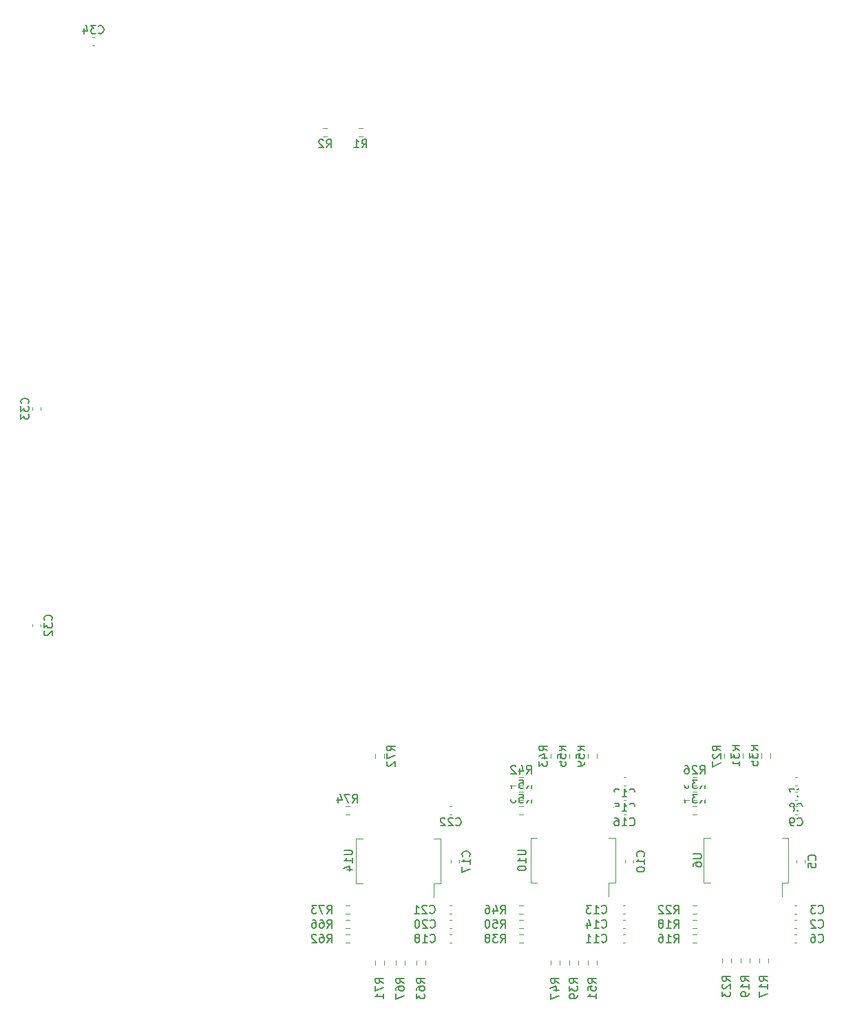
<source format=gbo>
%TF.GenerationSoftware,KiCad,Pcbnew,(5.1.9-0-10_14)*%
%TF.CreationDate,2021-08-05T14:32:20+02:00*%
%TF.ProjectId,MechanicalTheatre,4d656368-616e-4696-9361-6c5468656174,rev?*%
%TF.SameCoordinates,Original*%
%TF.FileFunction,Legend,Bot*%
%TF.FilePolarity,Positive*%
%FSLAX46Y46*%
G04 Gerber Fmt 4.6, Leading zero omitted, Abs format (unit mm)*
G04 Created by KiCad (PCBNEW (5.1.9-0-10_14)) date 2021-08-05 14:32:20*
%MOMM*%
%LPD*%
G01*
G04 APERTURE LIST*
%ADD10C,0.120000*%
%ADD11C,0.150000*%
%ADD12C,2.000000*%
%ADD13R,2.000000X2.000000*%
%ADD14C,7.000000*%
%ADD15C,3.900000*%
%ADD16O,1.700000X1.700000*%
%ADD17R,1.700000X1.700000*%
%ADD18C,2.500000*%
%ADD19C,1.500000*%
%ADD20C,3.250000*%
%ADD21C,3.098800*%
%ADD22C,2.362200*%
%ADD23R,2.362200X2.362200*%
%ADD24C,1.524000*%
%ADD25R,1.524000X1.524000*%
%ADD26C,1.600000*%
%ADD27R,1.600000X1.600000*%
%ADD28C,1.560000*%
%ADD29R,1.560000X1.560000*%
%ADD30C,2.800000*%
%ADD31R,2.800000X2.800000*%
G04 APERTURE END LIST*
D10*
%TO.C,U14*%
X73812000Y-168706000D02*
X73812000Y-165946000D01*
X73812000Y-165946000D02*
X74652000Y-165946000D01*
X73812000Y-168706000D02*
X73812000Y-171466000D01*
X73812000Y-171466000D02*
X74652000Y-171466000D01*
X84232000Y-168706000D02*
X84232000Y-165946000D01*
X84232000Y-165946000D02*
X83392000Y-165946000D01*
X84232000Y-168706000D02*
X84232000Y-171466000D01*
X84232000Y-171466000D02*
X83392000Y-171466000D01*
X83392000Y-171466000D02*
X83392000Y-173156000D01*
%TO.C,R74*%
X73030224Y-161993500D02*
X72520776Y-161993500D01*
X73030224Y-163038500D02*
X72520776Y-163038500D01*
%TO.C,R73*%
X73077224Y-174185500D02*
X72567776Y-174185500D01*
X73077224Y-175230500D02*
X72567776Y-175230500D01*
%TO.C,R72*%
X77258500Y-156062724D02*
X77258500Y-155553276D01*
X76213500Y-156062724D02*
X76213500Y-155553276D01*
%TO.C,R71*%
X76213500Y-180953276D02*
X76213500Y-181462724D01*
X77258500Y-180953276D02*
X77258500Y-181462724D01*
%TO.C,C34*%
X41676767Y-67518000D02*
X41384233Y-67518000D01*
X41676767Y-68538000D02*
X41384233Y-68538000D01*
%TO.C,C33*%
X34062000Y-112993733D02*
X34062000Y-113286267D01*
X35082000Y-112993733D02*
X35082000Y-113286267D01*
%TO.C,C32*%
X35082000Y-139902267D02*
X35082000Y-139609733D01*
X34062000Y-139902267D02*
X34062000Y-139609733D01*
%TO.C,C22*%
X85326233Y-163026000D02*
X85618767Y-163026000D01*
X85326233Y-162006000D02*
X85618767Y-162006000D01*
%TO.C,C21*%
X85326233Y-175218000D02*
X85618767Y-175218000D01*
X85326233Y-174198000D02*
X85618767Y-174198000D01*
%TO.C,R18*%
X115748724Y-177008500D02*
X115239276Y-177008500D01*
X115748724Y-175963500D02*
X115239276Y-175963500D01*
%TO.C,R19*%
X121171500Y-181208724D02*
X121171500Y-180699276D01*
X122216500Y-181208724D02*
X122216500Y-180699276D01*
%TO.C,U10*%
X104866000Y-171376000D02*
X104866000Y-173066000D01*
X105706000Y-171376000D02*
X104866000Y-171376000D01*
X105706000Y-168616000D02*
X105706000Y-171376000D01*
X105706000Y-165856000D02*
X104866000Y-165856000D01*
X105706000Y-168616000D02*
X105706000Y-165856000D01*
X95286000Y-171376000D02*
X96126000Y-171376000D01*
X95286000Y-168616000D02*
X95286000Y-171376000D01*
X95286000Y-165856000D02*
X96126000Y-165856000D01*
X95286000Y-168616000D02*
X95286000Y-165856000D01*
%TO.C,U6*%
X126191000Y-171376000D02*
X126191000Y-173066000D01*
X127031000Y-171376000D02*
X126191000Y-171376000D01*
X127031000Y-168616000D02*
X127031000Y-171376000D01*
X127031000Y-165856000D02*
X126191000Y-165856000D01*
X127031000Y-168616000D02*
X127031000Y-165856000D01*
X116611000Y-171376000D02*
X117451000Y-171376000D01*
X116611000Y-168616000D02*
X116611000Y-171376000D01*
X116611000Y-165856000D02*
X117451000Y-165856000D01*
X116611000Y-168616000D02*
X116611000Y-165856000D01*
%TO.C,R67*%
X78753500Y-181462724D02*
X78753500Y-180953276D01*
X79798500Y-181462724D02*
X79798500Y-180953276D01*
%TO.C,R66*%
X73030224Y-177008500D02*
X72520776Y-177008500D01*
X73030224Y-175963500D02*
X72520776Y-175963500D01*
%TO.C,R63*%
X81293500Y-181462724D02*
X81293500Y-180953276D01*
X82338500Y-181462724D02*
X82338500Y-180953276D01*
%TO.C,R62*%
X73030224Y-178786500D02*
X72520776Y-178786500D01*
X73030224Y-177741500D02*
X72520776Y-177741500D01*
%TO.C,R59*%
X103420500Y-155553276D02*
X103420500Y-156062724D01*
X102375500Y-155553276D02*
X102375500Y-156062724D01*
%TO.C,R58*%
X94413224Y-163038500D02*
X93903776Y-163038500D01*
X94413224Y-161993500D02*
X93903776Y-161993500D01*
%TO.C,R55*%
X101134500Y-155553276D02*
X101134500Y-156062724D01*
X100089500Y-155553276D02*
X100089500Y-156062724D01*
%TO.C,R54*%
X94413224Y-161260500D02*
X93903776Y-161260500D01*
X94413224Y-160215500D02*
X93903776Y-160215500D01*
%TO.C,R51*%
X102375500Y-181462724D02*
X102375500Y-180953276D01*
X103420500Y-181462724D02*
X103420500Y-180953276D01*
%TO.C,R50*%
X94413224Y-177008500D02*
X93903776Y-177008500D01*
X94413224Y-175963500D02*
X93903776Y-175963500D01*
%TO.C,R47*%
X97803500Y-181462724D02*
X97803500Y-180953276D01*
X98848500Y-181462724D02*
X98848500Y-180953276D01*
%TO.C,R46*%
X94413224Y-175230500D02*
X93903776Y-175230500D01*
X94413224Y-174185500D02*
X93903776Y-174185500D01*
%TO.C,R43*%
X98848500Y-155553276D02*
X98848500Y-156062724D01*
X97803500Y-155553276D02*
X97803500Y-156062724D01*
%TO.C,R42*%
X94413224Y-159482500D02*
X93903776Y-159482500D01*
X94413224Y-158437500D02*
X93903776Y-158437500D01*
%TO.C,R39*%
X100089500Y-181462724D02*
X100089500Y-180953276D01*
X101134500Y-181462724D02*
X101134500Y-180953276D01*
%TO.C,R38*%
X94413224Y-178786500D02*
X93903776Y-178786500D01*
X94413224Y-177741500D02*
X93903776Y-177741500D01*
%TO.C,R35*%
X124756500Y-155507276D02*
X124756500Y-156016724D01*
X123711500Y-155507276D02*
X123711500Y-156016724D01*
%TO.C,R34*%
X115748724Y-163038500D02*
X115239276Y-163038500D01*
X115748724Y-161993500D02*
X115239276Y-161993500D01*
%TO.C,R31*%
X122470500Y-155507276D02*
X122470500Y-156016724D01*
X121425500Y-155507276D02*
X121425500Y-156016724D01*
%TO.C,R30*%
X115748724Y-161260500D02*
X115239276Y-161260500D01*
X115748724Y-160215500D02*
X115239276Y-160215500D01*
%TO.C,R27*%
X120184500Y-155553276D02*
X120184500Y-156062724D01*
X119139500Y-155553276D02*
X119139500Y-156062724D01*
%TO.C,R26*%
X115748724Y-159482500D02*
X115239276Y-159482500D01*
X115748724Y-158437500D02*
X115239276Y-158437500D01*
%TO.C,R23*%
X118885500Y-181208724D02*
X118885500Y-180699276D01*
X119930500Y-181208724D02*
X119930500Y-180699276D01*
%TO.C,R22*%
X115748724Y-175230500D02*
X115239276Y-175230500D01*
X115748724Y-174185500D02*
X115239276Y-174185500D01*
%TO.C,R17*%
X123457500Y-181208724D02*
X123457500Y-180699276D01*
X124502500Y-181208724D02*
X124502500Y-180699276D01*
%TO.C,R16*%
X115748724Y-178786500D02*
X115239276Y-178786500D01*
X115748724Y-177741500D02*
X115239276Y-177741500D01*
%TO.C,R2*%
X69780276Y-78660500D02*
X70289724Y-78660500D01*
X69780276Y-79705500D02*
X70289724Y-79705500D01*
%TO.C,R1*%
X74130276Y-78660500D02*
X74639724Y-78660500D01*
X74130276Y-79705500D02*
X74639724Y-79705500D01*
%TO.C,C20*%
X85326233Y-175976000D02*
X85618767Y-175976000D01*
X85326233Y-176996000D02*
X85618767Y-176996000D01*
%TO.C,C18*%
X85326233Y-177754000D02*
X85618767Y-177754000D01*
X85326233Y-178774000D02*
X85618767Y-178774000D01*
%TO.C,C17*%
X85469000Y-168922267D02*
X85469000Y-168629733D01*
X86489000Y-168922267D02*
X86489000Y-168629733D01*
%TO.C,C16*%
X106715733Y-162006000D02*
X107008267Y-162006000D01*
X106715733Y-163026000D02*
X107008267Y-163026000D01*
%TO.C,C15*%
X106715733Y-160228000D02*
X107008267Y-160228000D01*
X106715733Y-161248000D02*
X107008267Y-161248000D01*
%TO.C,C14*%
X106661733Y-175976000D02*
X106954267Y-175976000D01*
X106661733Y-176996000D02*
X106954267Y-176996000D01*
%TO.C,C13*%
X106661733Y-174198000D02*
X106954267Y-174198000D01*
X106661733Y-175218000D02*
X106954267Y-175218000D01*
%TO.C,C12*%
X106715733Y-158450000D02*
X107008267Y-158450000D01*
X106715733Y-159470000D02*
X107008267Y-159470000D01*
%TO.C,C11*%
X106661733Y-177754000D02*
X106954267Y-177754000D01*
X106661733Y-178774000D02*
X106954267Y-178774000D01*
%TO.C,C10*%
X106932000Y-168922267D02*
X106932000Y-168629733D01*
X107952000Y-168922267D02*
X107952000Y-168629733D01*
%TO.C,C9*%
X127797733Y-162006000D02*
X128090267Y-162006000D01*
X127797733Y-163026000D02*
X128090267Y-163026000D01*
%TO.C,C8*%
X127797733Y-160228000D02*
X128090267Y-160228000D01*
X127797733Y-161248000D02*
X128090267Y-161248000D01*
%TO.C,C7*%
X127797733Y-158450000D02*
X128090267Y-158450000D01*
X127797733Y-159470000D02*
X128090267Y-159470000D01*
%TO.C,C6*%
X127743733Y-177754000D02*
X128036267Y-177754000D01*
X127743733Y-178774000D02*
X128036267Y-178774000D01*
%TO.C,C5*%
X128014000Y-168922267D02*
X128014000Y-168629733D01*
X129034000Y-168922267D02*
X129034000Y-168629733D01*
%TO.C,C3*%
X127743733Y-174198000D02*
X128036267Y-174198000D01*
X127743733Y-175218000D02*
X128036267Y-175218000D01*
%TO.C,C2*%
X127743733Y-175976000D02*
X128036267Y-175976000D01*
X127743733Y-176996000D02*
X128036267Y-176996000D01*
%TO.C,U14*%
D11*
X72378380Y-167374404D02*
X73187904Y-167374404D01*
X73283142Y-167422023D01*
X73330761Y-167469642D01*
X73378380Y-167564880D01*
X73378380Y-167755357D01*
X73330761Y-167850595D01*
X73283142Y-167898214D01*
X73187904Y-167945833D01*
X72378380Y-167945833D01*
X73378380Y-168945833D02*
X73378380Y-168374404D01*
X73378380Y-168660119D02*
X72378380Y-168660119D01*
X72521238Y-168564880D01*
X72616476Y-168469642D01*
X72664095Y-168374404D01*
X72711714Y-169802976D02*
X73378380Y-169802976D01*
X72330761Y-169564880D02*
X73045047Y-169326785D01*
X73045047Y-169945833D01*
%TO.C,R74*%
X73418357Y-161538380D02*
X73751690Y-161062190D01*
X73989785Y-161538380D02*
X73989785Y-160538380D01*
X73608833Y-160538380D01*
X73513595Y-160586000D01*
X73465976Y-160633619D01*
X73418357Y-160728857D01*
X73418357Y-160871714D01*
X73465976Y-160966952D01*
X73513595Y-161014571D01*
X73608833Y-161062190D01*
X73989785Y-161062190D01*
X73085023Y-160538380D02*
X72418357Y-160538380D01*
X72846928Y-161538380D01*
X71608833Y-160871714D02*
X71608833Y-161538380D01*
X71846928Y-160490761D02*
X72085023Y-161205047D01*
X71465976Y-161205047D01*
%TO.C,R73*%
X70266857Y-175160380D02*
X70600190Y-174684190D01*
X70838285Y-175160380D02*
X70838285Y-174160380D01*
X70457333Y-174160380D01*
X70362095Y-174208000D01*
X70314476Y-174255619D01*
X70266857Y-174350857D01*
X70266857Y-174493714D01*
X70314476Y-174588952D01*
X70362095Y-174636571D01*
X70457333Y-174684190D01*
X70838285Y-174684190D01*
X69933523Y-174160380D02*
X69266857Y-174160380D01*
X69695428Y-175160380D01*
X68981142Y-174160380D02*
X68362095Y-174160380D01*
X68695428Y-174541333D01*
X68552571Y-174541333D01*
X68457333Y-174588952D01*
X68409714Y-174636571D01*
X68362095Y-174731809D01*
X68362095Y-174969904D01*
X68409714Y-175065142D01*
X68457333Y-175112761D01*
X68552571Y-175160380D01*
X68838285Y-175160380D01*
X68933523Y-175112761D01*
X68981142Y-175065142D01*
%TO.C,R72*%
X78618380Y-155165142D02*
X78142190Y-154831809D01*
X78618380Y-154593714D02*
X77618380Y-154593714D01*
X77618380Y-154974666D01*
X77666000Y-155069904D01*
X77713619Y-155117523D01*
X77808857Y-155165142D01*
X77951714Y-155165142D01*
X78046952Y-155117523D01*
X78094571Y-155069904D01*
X78142190Y-154974666D01*
X78142190Y-154593714D01*
X77618380Y-155498476D02*
X77618380Y-156165142D01*
X78618380Y-155736571D01*
X77713619Y-156498476D02*
X77666000Y-156546095D01*
X77618380Y-156641333D01*
X77618380Y-156879428D01*
X77666000Y-156974666D01*
X77713619Y-157022285D01*
X77808857Y-157069904D01*
X77904095Y-157069904D01*
X78046952Y-157022285D01*
X78618380Y-156450857D01*
X78618380Y-157069904D01*
%TO.C,R71*%
X77188380Y-183716642D02*
X76712190Y-183383309D01*
X77188380Y-183145214D02*
X76188380Y-183145214D01*
X76188380Y-183526166D01*
X76236000Y-183621404D01*
X76283619Y-183669023D01*
X76378857Y-183716642D01*
X76521714Y-183716642D01*
X76616952Y-183669023D01*
X76664571Y-183621404D01*
X76712190Y-183526166D01*
X76712190Y-183145214D01*
X76188380Y-184049976D02*
X76188380Y-184716642D01*
X77188380Y-184288071D01*
X77188380Y-185621404D02*
X77188380Y-185049976D01*
X77188380Y-185335690D02*
X76188380Y-185335690D01*
X76331238Y-185240452D01*
X76426476Y-185145214D01*
X76474095Y-185049976D01*
%TO.C,C34*%
X42173357Y-66955142D02*
X42220976Y-67002761D01*
X42363833Y-67050380D01*
X42459071Y-67050380D01*
X42601928Y-67002761D01*
X42697166Y-66907523D01*
X42744785Y-66812285D01*
X42792404Y-66621809D01*
X42792404Y-66478952D01*
X42744785Y-66288476D01*
X42697166Y-66193238D01*
X42601928Y-66098000D01*
X42459071Y-66050380D01*
X42363833Y-66050380D01*
X42220976Y-66098000D01*
X42173357Y-66145619D01*
X41840023Y-66050380D02*
X41220976Y-66050380D01*
X41554309Y-66431333D01*
X41411452Y-66431333D01*
X41316214Y-66478952D01*
X41268595Y-66526571D01*
X41220976Y-66621809D01*
X41220976Y-66859904D01*
X41268595Y-66955142D01*
X41316214Y-67002761D01*
X41411452Y-67050380D01*
X41697166Y-67050380D01*
X41792404Y-67002761D01*
X41840023Y-66955142D01*
X40363833Y-66383714D02*
X40363833Y-67050380D01*
X40601928Y-66002761D02*
X40840023Y-66717047D01*
X40220976Y-66717047D01*
%TO.C,C33*%
X33499142Y-112497142D02*
X33546761Y-112449523D01*
X33594380Y-112306666D01*
X33594380Y-112211428D01*
X33546761Y-112068571D01*
X33451523Y-111973333D01*
X33356285Y-111925714D01*
X33165809Y-111878095D01*
X33022952Y-111878095D01*
X32832476Y-111925714D01*
X32737238Y-111973333D01*
X32642000Y-112068571D01*
X32594380Y-112211428D01*
X32594380Y-112306666D01*
X32642000Y-112449523D01*
X32689619Y-112497142D01*
X32594380Y-112830476D02*
X32594380Y-113449523D01*
X32975333Y-113116190D01*
X32975333Y-113259047D01*
X33022952Y-113354285D01*
X33070571Y-113401904D01*
X33165809Y-113449523D01*
X33403904Y-113449523D01*
X33499142Y-113401904D01*
X33546761Y-113354285D01*
X33594380Y-113259047D01*
X33594380Y-112973333D01*
X33546761Y-112878095D01*
X33499142Y-112830476D01*
X32594380Y-113782857D02*
X32594380Y-114401904D01*
X32975333Y-114068571D01*
X32975333Y-114211428D01*
X33022952Y-114306666D01*
X33070571Y-114354285D01*
X33165809Y-114401904D01*
X33403904Y-114401904D01*
X33499142Y-114354285D01*
X33546761Y-114306666D01*
X33594380Y-114211428D01*
X33594380Y-113925714D01*
X33546761Y-113830476D01*
X33499142Y-113782857D01*
%TO.C,C32*%
X36359142Y-139113142D02*
X36406761Y-139065523D01*
X36454380Y-138922666D01*
X36454380Y-138827428D01*
X36406761Y-138684571D01*
X36311523Y-138589333D01*
X36216285Y-138541714D01*
X36025809Y-138494095D01*
X35882952Y-138494095D01*
X35692476Y-138541714D01*
X35597238Y-138589333D01*
X35502000Y-138684571D01*
X35454380Y-138827428D01*
X35454380Y-138922666D01*
X35502000Y-139065523D01*
X35549619Y-139113142D01*
X35454380Y-139446476D02*
X35454380Y-140065523D01*
X35835333Y-139732190D01*
X35835333Y-139875047D01*
X35882952Y-139970285D01*
X35930571Y-140017904D01*
X36025809Y-140065523D01*
X36263904Y-140065523D01*
X36359142Y-140017904D01*
X36406761Y-139970285D01*
X36454380Y-139875047D01*
X36454380Y-139589333D01*
X36406761Y-139494095D01*
X36359142Y-139446476D01*
X35549619Y-140446476D02*
X35502000Y-140494095D01*
X35454380Y-140589333D01*
X35454380Y-140827428D01*
X35502000Y-140922666D01*
X35549619Y-140970285D01*
X35644857Y-141017904D01*
X35740095Y-141017904D01*
X35882952Y-140970285D01*
X36454380Y-140398857D01*
X36454380Y-141017904D01*
%TO.C,C22*%
X86115357Y-164303142D02*
X86162976Y-164350761D01*
X86305833Y-164398380D01*
X86401071Y-164398380D01*
X86543928Y-164350761D01*
X86639166Y-164255523D01*
X86686785Y-164160285D01*
X86734404Y-163969809D01*
X86734404Y-163826952D01*
X86686785Y-163636476D01*
X86639166Y-163541238D01*
X86543928Y-163446000D01*
X86401071Y-163398380D01*
X86305833Y-163398380D01*
X86162976Y-163446000D01*
X86115357Y-163493619D01*
X85734404Y-163493619D02*
X85686785Y-163446000D01*
X85591547Y-163398380D01*
X85353452Y-163398380D01*
X85258214Y-163446000D01*
X85210595Y-163493619D01*
X85162976Y-163588857D01*
X85162976Y-163684095D01*
X85210595Y-163826952D01*
X85782023Y-164398380D01*
X85162976Y-164398380D01*
X84782023Y-163493619D02*
X84734404Y-163446000D01*
X84639166Y-163398380D01*
X84401071Y-163398380D01*
X84305833Y-163446000D01*
X84258214Y-163493619D01*
X84210595Y-163588857D01*
X84210595Y-163684095D01*
X84258214Y-163826952D01*
X84829642Y-164398380D01*
X84210595Y-164398380D01*
%TO.C,C21*%
X82913857Y-175065142D02*
X82961476Y-175112761D01*
X83104333Y-175160380D01*
X83199571Y-175160380D01*
X83342428Y-175112761D01*
X83437666Y-175017523D01*
X83485285Y-174922285D01*
X83532904Y-174731809D01*
X83532904Y-174588952D01*
X83485285Y-174398476D01*
X83437666Y-174303238D01*
X83342428Y-174208000D01*
X83199571Y-174160380D01*
X83104333Y-174160380D01*
X82961476Y-174208000D01*
X82913857Y-174255619D01*
X82532904Y-174255619D02*
X82485285Y-174208000D01*
X82390047Y-174160380D01*
X82151952Y-174160380D01*
X82056714Y-174208000D01*
X82009095Y-174255619D01*
X81961476Y-174350857D01*
X81961476Y-174446095D01*
X82009095Y-174588952D01*
X82580523Y-175160380D01*
X81961476Y-175160380D01*
X81009095Y-175160380D02*
X81580523Y-175160380D01*
X81294809Y-175160380D02*
X81294809Y-174160380D01*
X81390047Y-174303238D01*
X81485285Y-174398476D01*
X81580523Y-174446095D01*
%TO.C,R18*%
X112938357Y-176938380D02*
X113271690Y-176462190D01*
X113509785Y-176938380D02*
X113509785Y-175938380D01*
X113128833Y-175938380D01*
X113033595Y-175986000D01*
X112985976Y-176033619D01*
X112938357Y-176128857D01*
X112938357Y-176271714D01*
X112985976Y-176366952D01*
X113033595Y-176414571D01*
X113128833Y-176462190D01*
X113509785Y-176462190D01*
X111985976Y-176938380D02*
X112557404Y-176938380D01*
X112271690Y-176938380D02*
X112271690Y-175938380D01*
X112366928Y-176081238D01*
X112462166Y-176176476D01*
X112557404Y-176224095D01*
X111414547Y-176366952D02*
X111509785Y-176319333D01*
X111557404Y-176271714D01*
X111605023Y-176176476D01*
X111605023Y-176128857D01*
X111557404Y-176033619D01*
X111509785Y-175986000D01*
X111414547Y-175938380D01*
X111224071Y-175938380D01*
X111128833Y-175986000D01*
X111081214Y-176033619D01*
X111033595Y-176128857D01*
X111033595Y-176176476D01*
X111081214Y-176271714D01*
X111128833Y-176319333D01*
X111224071Y-176366952D01*
X111414547Y-176366952D01*
X111509785Y-176414571D01*
X111557404Y-176462190D01*
X111605023Y-176557428D01*
X111605023Y-176747904D01*
X111557404Y-176843142D01*
X111509785Y-176890761D01*
X111414547Y-176938380D01*
X111224071Y-176938380D01*
X111128833Y-176890761D01*
X111081214Y-176843142D01*
X111033595Y-176747904D01*
X111033595Y-176557428D01*
X111081214Y-176462190D01*
X111128833Y-176414571D01*
X111224071Y-176366952D01*
%TO.C,R19*%
X122146380Y-183462642D02*
X121670190Y-183129309D01*
X122146380Y-182891214D02*
X121146380Y-182891214D01*
X121146380Y-183272166D01*
X121194000Y-183367404D01*
X121241619Y-183415023D01*
X121336857Y-183462642D01*
X121479714Y-183462642D01*
X121574952Y-183415023D01*
X121622571Y-183367404D01*
X121670190Y-183272166D01*
X121670190Y-182891214D01*
X122146380Y-184415023D02*
X122146380Y-183843595D01*
X122146380Y-184129309D02*
X121146380Y-184129309D01*
X121289238Y-184034071D01*
X121384476Y-183938833D01*
X121432095Y-183843595D01*
X122146380Y-184891214D02*
X122146380Y-185081690D01*
X122098761Y-185176928D01*
X122051142Y-185224547D01*
X121908285Y-185319785D01*
X121717809Y-185367404D01*
X121336857Y-185367404D01*
X121241619Y-185319785D01*
X121194000Y-185272166D01*
X121146380Y-185176928D01*
X121146380Y-184986452D01*
X121194000Y-184891214D01*
X121241619Y-184843595D01*
X121336857Y-184795976D01*
X121574952Y-184795976D01*
X121670190Y-184843595D01*
X121717809Y-184891214D01*
X121765428Y-184986452D01*
X121765428Y-185176928D01*
X121717809Y-185272166D01*
X121670190Y-185319785D01*
X121574952Y-185367404D01*
%TO.C,U10*%
X93714380Y-167373904D02*
X94523904Y-167373904D01*
X94619142Y-167421523D01*
X94666761Y-167469142D01*
X94714380Y-167564380D01*
X94714380Y-167754857D01*
X94666761Y-167850095D01*
X94619142Y-167897714D01*
X94523904Y-167945333D01*
X93714380Y-167945333D01*
X94714380Y-168945333D02*
X94714380Y-168373904D01*
X94714380Y-168659619D02*
X93714380Y-168659619D01*
X93857238Y-168564380D01*
X93952476Y-168469142D01*
X94000095Y-168373904D01*
X93714380Y-169564380D02*
X93714380Y-169659619D01*
X93762000Y-169754857D01*
X93809619Y-169802476D01*
X93904857Y-169850095D01*
X94095333Y-169897714D01*
X94333428Y-169897714D01*
X94523904Y-169850095D01*
X94619142Y-169802476D01*
X94666761Y-169754857D01*
X94714380Y-169659619D01*
X94714380Y-169564380D01*
X94666761Y-169469142D01*
X94619142Y-169421523D01*
X94523904Y-169373904D01*
X94333428Y-169326285D01*
X94095333Y-169326285D01*
X93904857Y-169373904D01*
X93809619Y-169421523D01*
X93762000Y-169469142D01*
X93714380Y-169564380D01*
%TO.C,U6*%
X115304380Y-167850095D02*
X116113904Y-167850095D01*
X116209142Y-167897714D01*
X116256761Y-167945333D01*
X116304380Y-168040571D01*
X116304380Y-168231047D01*
X116256761Y-168326285D01*
X116209142Y-168373904D01*
X116113904Y-168421523D01*
X115304380Y-168421523D01*
X115304380Y-169326285D02*
X115304380Y-169135809D01*
X115352000Y-169040571D01*
X115399619Y-168992952D01*
X115542476Y-168897714D01*
X115732952Y-168850095D01*
X116113904Y-168850095D01*
X116209142Y-168897714D01*
X116256761Y-168945333D01*
X116304380Y-169040571D01*
X116304380Y-169231047D01*
X116256761Y-169326285D01*
X116209142Y-169373904D01*
X116113904Y-169421523D01*
X115875809Y-169421523D01*
X115780571Y-169373904D01*
X115732952Y-169326285D01*
X115685333Y-169231047D01*
X115685333Y-169040571D01*
X115732952Y-168945333D01*
X115780571Y-168897714D01*
X115875809Y-168850095D01*
%TO.C,R67*%
X79728380Y-183716642D02*
X79252190Y-183383309D01*
X79728380Y-183145214D02*
X78728380Y-183145214D01*
X78728380Y-183526166D01*
X78776000Y-183621404D01*
X78823619Y-183669023D01*
X78918857Y-183716642D01*
X79061714Y-183716642D01*
X79156952Y-183669023D01*
X79204571Y-183621404D01*
X79252190Y-183526166D01*
X79252190Y-183145214D01*
X78728380Y-184573785D02*
X78728380Y-184383309D01*
X78776000Y-184288071D01*
X78823619Y-184240452D01*
X78966476Y-184145214D01*
X79156952Y-184097595D01*
X79537904Y-184097595D01*
X79633142Y-184145214D01*
X79680761Y-184192833D01*
X79728380Y-184288071D01*
X79728380Y-184478547D01*
X79680761Y-184573785D01*
X79633142Y-184621404D01*
X79537904Y-184669023D01*
X79299809Y-184669023D01*
X79204571Y-184621404D01*
X79156952Y-184573785D01*
X79109333Y-184478547D01*
X79109333Y-184288071D01*
X79156952Y-184192833D01*
X79204571Y-184145214D01*
X79299809Y-184097595D01*
X78728380Y-185002357D02*
X78728380Y-185669023D01*
X79728380Y-185240452D01*
%TO.C,R66*%
X70266857Y-176938380D02*
X70600190Y-176462190D01*
X70838285Y-176938380D02*
X70838285Y-175938380D01*
X70457333Y-175938380D01*
X70362095Y-175986000D01*
X70314476Y-176033619D01*
X70266857Y-176128857D01*
X70266857Y-176271714D01*
X70314476Y-176366952D01*
X70362095Y-176414571D01*
X70457333Y-176462190D01*
X70838285Y-176462190D01*
X69409714Y-175938380D02*
X69600190Y-175938380D01*
X69695428Y-175986000D01*
X69743047Y-176033619D01*
X69838285Y-176176476D01*
X69885904Y-176366952D01*
X69885904Y-176747904D01*
X69838285Y-176843142D01*
X69790666Y-176890761D01*
X69695428Y-176938380D01*
X69504952Y-176938380D01*
X69409714Y-176890761D01*
X69362095Y-176843142D01*
X69314476Y-176747904D01*
X69314476Y-176509809D01*
X69362095Y-176414571D01*
X69409714Y-176366952D01*
X69504952Y-176319333D01*
X69695428Y-176319333D01*
X69790666Y-176366952D01*
X69838285Y-176414571D01*
X69885904Y-176509809D01*
X68457333Y-175938380D02*
X68647809Y-175938380D01*
X68743047Y-175986000D01*
X68790666Y-176033619D01*
X68885904Y-176176476D01*
X68933523Y-176366952D01*
X68933523Y-176747904D01*
X68885904Y-176843142D01*
X68838285Y-176890761D01*
X68743047Y-176938380D01*
X68552571Y-176938380D01*
X68457333Y-176890761D01*
X68409714Y-176843142D01*
X68362095Y-176747904D01*
X68362095Y-176509809D01*
X68409714Y-176414571D01*
X68457333Y-176366952D01*
X68552571Y-176319333D01*
X68743047Y-176319333D01*
X68838285Y-176366952D01*
X68885904Y-176414571D01*
X68933523Y-176509809D01*
%TO.C,R63*%
X82268380Y-183716642D02*
X81792190Y-183383309D01*
X82268380Y-183145214D02*
X81268380Y-183145214D01*
X81268380Y-183526166D01*
X81316000Y-183621404D01*
X81363619Y-183669023D01*
X81458857Y-183716642D01*
X81601714Y-183716642D01*
X81696952Y-183669023D01*
X81744571Y-183621404D01*
X81792190Y-183526166D01*
X81792190Y-183145214D01*
X81268380Y-184573785D02*
X81268380Y-184383309D01*
X81316000Y-184288071D01*
X81363619Y-184240452D01*
X81506476Y-184145214D01*
X81696952Y-184097595D01*
X82077904Y-184097595D01*
X82173142Y-184145214D01*
X82220761Y-184192833D01*
X82268380Y-184288071D01*
X82268380Y-184478547D01*
X82220761Y-184573785D01*
X82173142Y-184621404D01*
X82077904Y-184669023D01*
X81839809Y-184669023D01*
X81744571Y-184621404D01*
X81696952Y-184573785D01*
X81649333Y-184478547D01*
X81649333Y-184288071D01*
X81696952Y-184192833D01*
X81744571Y-184145214D01*
X81839809Y-184097595D01*
X81268380Y-185002357D02*
X81268380Y-185621404D01*
X81649333Y-185288071D01*
X81649333Y-185430928D01*
X81696952Y-185526166D01*
X81744571Y-185573785D01*
X81839809Y-185621404D01*
X82077904Y-185621404D01*
X82173142Y-185573785D01*
X82220761Y-185526166D01*
X82268380Y-185430928D01*
X82268380Y-185145214D01*
X82220761Y-185049976D01*
X82173142Y-185002357D01*
%TO.C,R62*%
X70266857Y-178716380D02*
X70600190Y-178240190D01*
X70838285Y-178716380D02*
X70838285Y-177716380D01*
X70457333Y-177716380D01*
X70362095Y-177764000D01*
X70314476Y-177811619D01*
X70266857Y-177906857D01*
X70266857Y-178049714D01*
X70314476Y-178144952D01*
X70362095Y-178192571D01*
X70457333Y-178240190D01*
X70838285Y-178240190D01*
X69409714Y-177716380D02*
X69600190Y-177716380D01*
X69695428Y-177764000D01*
X69743047Y-177811619D01*
X69838285Y-177954476D01*
X69885904Y-178144952D01*
X69885904Y-178525904D01*
X69838285Y-178621142D01*
X69790666Y-178668761D01*
X69695428Y-178716380D01*
X69504952Y-178716380D01*
X69409714Y-178668761D01*
X69362095Y-178621142D01*
X69314476Y-178525904D01*
X69314476Y-178287809D01*
X69362095Y-178192571D01*
X69409714Y-178144952D01*
X69504952Y-178097333D01*
X69695428Y-178097333D01*
X69790666Y-178144952D01*
X69838285Y-178192571D01*
X69885904Y-178287809D01*
X68933523Y-177811619D02*
X68885904Y-177764000D01*
X68790666Y-177716380D01*
X68552571Y-177716380D01*
X68457333Y-177764000D01*
X68409714Y-177811619D01*
X68362095Y-177906857D01*
X68362095Y-178002095D01*
X68409714Y-178144952D01*
X68981142Y-178716380D01*
X68362095Y-178716380D01*
%TO.C,R59*%
X101920380Y-155165142D02*
X101444190Y-154831809D01*
X101920380Y-154593714D02*
X100920380Y-154593714D01*
X100920380Y-154974666D01*
X100968000Y-155069904D01*
X101015619Y-155117523D01*
X101110857Y-155165142D01*
X101253714Y-155165142D01*
X101348952Y-155117523D01*
X101396571Y-155069904D01*
X101444190Y-154974666D01*
X101444190Y-154593714D01*
X100920380Y-156069904D02*
X100920380Y-155593714D01*
X101396571Y-155546095D01*
X101348952Y-155593714D01*
X101301333Y-155688952D01*
X101301333Y-155927047D01*
X101348952Y-156022285D01*
X101396571Y-156069904D01*
X101491809Y-156117523D01*
X101729904Y-156117523D01*
X101825142Y-156069904D01*
X101872761Y-156022285D01*
X101920380Y-155927047D01*
X101920380Y-155688952D01*
X101872761Y-155593714D01*
X101825142Y-155546095D01*
X101920380Y-156593714D02*
X101920380Y-156784190D01*
X101872761Y-156879428D01*
X101825142Y-156927047D01*
X101682285Y-157022285D01*
X101491809Y-157069904D01*
X101110857Y-157069904D01*
X101015619Y-157022285D01*
X100968000Y-156974666D01*
X100920380Y-156879428D01*
X100920380Y-156688952D01*
X100968000Y-156593714D01*
X101015619Y-156546095D01*
X101110857Y-156498476D01*
X101348952Y-156498476D01*
X101444190Y-156546095D01*
X101491809Y-156593714D01*
X101539428Y-156688952D01*
X101539428Y-156879428D01*
X101491809Y-156974666D01*
X101444190Y-157022285D01*
X101348952Y-157069904D01*
%TO.C,R58*%
X94801357Y-161538380D02*
X95134690Y-161062190D01*
X95372785Y-161538380D02*
X95372785Y-160538380D01*
X94991833Y-160538380D01*
X94896595Y-160586000D01*
X94848976Y-160633619D01*
X94801357Y-160728857D01*
X94801357Y-160871714D01*
X94848976Y-160966952D01*
X94896595Y-161014571D01*
X94991833Y-161062190D01*
X95372785Y-161062190D01*
X93896595Y-160538380D02*
X94372785Y-160538380D01*
X94420404Y-161014571D01*
X94372785Y-160966952D01*
X94277547Y-160919333D01*
X94039452Y-160919333D01*
X93944214Y-160966952D01*
X93896595Y-161014571D01*
X93848976Y-161109809D01*
X93848976Y-161347904D01*
X93896595Y-161443142D01*
X93944214Y-161490761D01*
X94039452Y-161538380D01*
X94277547Y-161538380D01*
X94372785Y-161490761D01*
X94420404Y-161443142D01*
X93277547Y-160966952D02*
X93372785Y-160919333D01*
X93420404Y-160871714D01*
X93468023Y-160776476D01*
X93468023Y-160728857D01*
X93420404Y-160633619D01*
X93372785Y-160586000D01*
X93277547Y-160538380D01*
X93087071Y-160538380D01*
X92991833Y-160586000D01*
X92944214Y-160633619D01*
X92896595Y-160728857D01*
X92896595Y-160776476D01*
X92944214Y-160871714D01*
X92991833Y-160919333D01*
X93087071Y-160966952D01*
X93277547Y-160966952D01*
X93372785Y-161014571D01*
X93420404Y-161062190D01*
X93468023Y-161157428D01*
X93468023Y-161347904D01*
X93420404Y-161443142D01*
X93372785Y-161490761D01*
X93277547Y-161538380D01*
X93087071Y-161538380D01*
X92991833Y-161490761D01*
X92944214Y-161443142D01*
X92896595Y-161347904D01*
X92896595Y-161157428D01*
X92944214Y-161062190D01*
X92991833Y-161014571D01*
X93087071Y-160966952D01*
%TO.C,R55*%
X99634380Y-155165142D02*
X99158190Y-154831809D01*
X99634380Y-154593714D02*
X98634380Y-154593714D01*
X98634380Y-154974666D01*
X98682000Y-155069904D01*
X98729619Y-155117523D01*
X98824857Y-155165142D01*
X98967714Y-155165142D01*
X99062952Y-155117523D01*
X99110571Y-155069904D01*
X99158190Y-154974666D01*
X99158190Y-154593714D01*
X98634380Y-156069904D02*
X98634380Y-155593714D01*
X99110571Y-155546095D01*
X99062952Y-155593714D01*
X99015333Y-155688952D01*
X99015333Y-155927047D01*
X99062952Y-156022285D01*
X99110571Y-156069904D01*
X99205809Y-156117523D01*
X99443904Y-156117523D01*
X99539142Y-156069904D01*
X99586761Y-156022285D01*
X99634380Y-155927047D01*
X99634380Y-155688952D01*
X99586761Y-155593714D01*
X99539142Y-155546095D01*
X98634380Y-157022285D02*
X98634380Y-156546095D01*
X99110571Y-156498476D01*
X99062952Y-156546095D01*
X99015333Y-156641333D01*
X99015333Y-156879428D01*
X99062952Y-156974666D01*
X99110571Y-157022285D01*
X99205809Y-157069904D01*
X99443904Y-157069904D01*
X99539142Y-157022285D01*
X99586761Y-156974666D01*
X99634380Y-156879428D01*
X99634380Y-156641333D01*
X99586761Y-156546095D01*
X99539142Y-156498476D01*
%TO.C,R54*%
X94801357Y-159760380D02*
X95134690Y-159284190D01*
X95372785Y-159760380D02*
X95372785Y-158760380D01*
X94991833Y-158760380D01*
X94896595Y-158808000D01*
X94848976Y-158855619D01*
X94801357Y-158950857D01*
X94801357Y-159093714D01*
X94848976Y-159188952D01*
X94896595Y-159236571D01*
X94991833Y-159284190D01*
X95372785Y-159284190D01*
X93896595Y-158760380D02*
X94372785Y-158760380D01*
X94420404Y-159236571D01*
X94372785Y-159188952D01*
X94277547Y-159141333D01*
X94039452Y-159141333D01*
X93944214Y-159188952D01*
X93896595Y-159236571D01*
X93848976Y-159331809D01*
X93848976Y-159569904D01*
X93896595Y-159665142D01*
X93944214Y-159712761D01*
X94039452Y-159760380D01*
X94277547Y-159760380D01*
X94372785Y-159712761D01*
X94420404Y-159665142D01*
X92991833Y-159093714D02*
X92991833Y-159760380D01*
X93229928Y-158712761D02*
X93468023Y-159427047D01*
X92848976Y-159427047D01*
%TO.C,R51*%
X103350380Y-183716642D02*
X102874190Y-183383309D01*
X103350380Y-183145214D02*
X102350380Y-183145214D01*
X102350380Y-183526166D01*
X102398000Y-183621404D01*
X102445619Y-183669023D01*
X102540857Y-183716642D01*
X102683714Y-183716642D01*
X102778952Y-183669023D01*
X102826571Y-183621404D01*
X102874190Y-183526166D01*
X102874190Y-183145214D01*
X102350380Y-184621404D02*
X102350380Y-184145214D01*
X102826571Y-184097595D01*
X102778952Y-184145214D01*
X102731333Y-184240452D01*
X102731333Y-184478547D01*
X102778952Y-184573785D01*
X102826571Y-184621404D01*
X102921809Y-184669023D01*
X103159904Y-184669023D01*
X103255142Y-184621404D01*
X103302761Y-184573785D01*
X103350380Y-184478547D01*
X103350380Y-184240452D01*
X103302761Y-184145214D01*
X103255142Y-184097595D01*
X103350380Y-185621404D02*
X103350380Y-185049976D01*
X103350380Y-185335690D02*
X102350380Y-185335690D01*
X102493238Y-185240452D01*
X102588476Y-185145214D01*
X102636095Y-185049976D01*
%TO.C,R50*%
X91602857Y-176938380D02*
X91936190Y-176462190D01*
X92174285Y-176938380D02*
X92174285Y-175938380D01*
X91793333Y-175938380D01*
X91698095Y-175986000D01*
X91650476Y-176033619D01*
X91602857Y-176128857D01*
X91602857Y-176271714D01*
X91650476Y-176366952D01*
X91698095Y-176414571D01*
X91793333Y-176462190D01*
X92174285Y-176462190D01*
X90698095Y-175938380D02*
X91174285Y-175938380D01*
X91221904Y-176414571D01*
X91174285Y-176366952D01*
X91079047Y-176319333D01*
X90840952Y-176319333D01*
X90745714Y-176366952D01*
X90698095Y-176414571D01*
X90650476Y-176509809D01*
X90650476Y-176747904D01*
X90698095Y-176843142D01*
X90745714Y-176890761D01*
X90840952Y-176938380D01*
X91079047Y-176938380D01*
X91174285Y-176890761D01*
X91221904Y-176843142D01*
X90031428Y-175938380D02*
X89936190Y-175938380D01*
X89840952Y-175986000D01*
X89793333Y-176033619D01*
X89745714Y-176128857D01*
X89698095Y-176319333D01*
X89698095Y-176557428D01*
X89745714Y-176747904D01*
X89793333Y-176843142D01*
X89840952Y-176890761D01*
X89936190Y-176938380D01*
X90031428Y-176938380D01*
X90126666Y-176890761D01*
X90174285Y-176843142D01*
X90221904Y-176747904D01*
X90269523Y-176557428D01*
X90269523Y-176319333D01*
X90221904Y-176128857D01*
X90174285Y-176033619D01*
X90126666Y-175986000D01*
X90031428Y-175938380D01*
%TO.C,R47*%
X98778380Y-183716642D02*
X98302190Y-183383309D01*
X98778380Y-183145214D02*
X97778380Y-183145214D01*
X97778380Y-183526166D01*
X97826000Y-183621404D01*
X97873619Y-183669023D01*
X97968857Y-183716642D01*
X98111714Y-183716642D01*
X98206952Y-183669023D01*
X98254571Y-183621404D01*
X98302190Y-183526166D01*
X98302190Y-183145214D01*
X98111714Y-184573785D02*
X98778380Y-184573785D01*
X97730761Y-184335690D02*
X98445047Y-184097595D01*
X98445047Y-184716642D01*
X97778380Y-185002357D02*
X97778380Y-185669023D01*
X98778380Y-185240452D01*
%TO.C,R46*%
X91602857Y-175160380D02*
X91936190Y-174684190D01*
X92174285Y-175160380D02*
X92174285Y-174160380D01*
X91793333Y-174160380D01*
X91698095Y-174208000D01*
X91650476Y-174255619D01*
X91602857Y-174350857D01*
X91602857Y-174493714D01*
X91650476Y-174588952D01*
X91698095Y-174636571D01*
X91793333Y-174684190D01*
X92174285Y-174684190D01*
X90745714Y-174493714D02*
X90745714Y-175160380D01*
X90983809Y-174112761D02*
X91221904Y-174827047D01*
X90602857Y-174827047D01*
X89793333Y-174160380D02*
X89983809Y-174160380D01*
X90079047Y-174208000D01*
X90126666Y-174255619D01*
X90221904Y-174398476D01*
X90269523Y-174588952D01*
X90269523Y-174969904D01*
X90221904Y-175065142D01*
X90174285Y-175112761D01*
X90079047Y-175160380D01*
X89888571Y-175160380D01*
X89793333Y-175112761D01*
X89745714Y-175065142D01*
X89698095Y-174969904D01*
X89698095Y-174731809D01*
X89745714Y-174636571D01*
X89793333Y-174588952D01*
X89888571Y-174541333D01*
X90079047Y-174541333D01*
X90174285Y-174588952D01*
X90221904Y-174636571D01*
X90269523Y-174731809D01*
%TO.C,R43*%
X97348380Y-155165142D02*
X96872190Y-154831809D01*
X97348380Y-154593714D02*
X96348380Y-154593714D01*
X96348380Y-154974666D01*
X96396000Y-155069904D01*
X96443619Y-155117523D01*
X96538857Y-155165142D01*
X96681714Y-155165142D01*
X96776952Y-155117523D01*
X96824571Y-155069904D01*
X96872190Y-154974666D01*
X96872190Y-154593714D01*
X96681714Y-156022285D02*
X97348380Y-156022285D01*
X96300761Y-155784190D02*
X97015047Y-155546095D01*
X97015047Y-156165142D01*
X96348380Y-156450857D02*
X96348380Y-157069904D01*
X96729333Y-156736571D01*
X96729333Y-156879428D01*
X96776952Y-156974666D01*
X96824571Y-157022285D01*
X96919809Y-157069904D01*
X97157904Y-157069904D01*
X97253142Y-157022285D01*
X97300761Y-156974666D01*
X97348380Y-156879428D01*
X97348380Y-156593714D01*
X97300761Y-156498476D01*
X97253142Y-156450857D01*
%TO.C,R42*%
X94801357Y-157982380D02*
X95134690Y-157506190D01*
X95372785Y-157982380D02*
X95372785Y-156982380D01*
X94991833Y-156982380D01*
X94896595Y-157030000D01*
X94848976Y-157077619D01*
X94801357Y-157172857D01*
X94801357Y-157315714D01*
X94848976Y-157410952D01*
X94896595Y-157458571D01*
X94991833Y-157506190D01*
X95372785Y-157506190D01*
X93944214Y-157315714D02*
X93944214Y-157982380D01*
X94182309Y-156934761D02*
X94420404Y-157649047D01*
X93801357Y-157649047D01*
X93468023Y-157077619D02*
X93420404Y-157030000D01*
X93325166Y-156982380D01*
X93087071Y-156982380D01*
X92991833Y-157030000D01*
X92944214Y-157077619D01*
X92896595Y-157172857D01*
X92896595Y-157268095D01*
X92944214Y-157410952D01*
X93515642Y-157982380D01*
X92896595Y-157982380D01*
%TO.C,R39*%
X101064380Y-183716642D02*
X100588190Y-183383309D01*
X101064380Y-183145214D02*
X100064380Y-183145214D01*
X100064380Y-183526166D01*
X100112000Y-183621404D01*
X100159619Y-183669023D01*
X100254857Y-183716642D01*
X100397714Y-183716642D01*
X100492952Y-183669023D01*
X100540571Y-183621404D01*
X100588190Y-183526166D01*
X100588190Y-183145214D01*
X100064380Y-184049976D02*
X100064380Y-184669023D01*
X100445333Y-184335690D01*
X100445333Y-184478547D01*
X100492952Y-184573785D01*
X100540571Y-184621404D01*
X100635809Y-184669023D01*
X100873904Y-184669023D01*
X100969142Y-184621404D01*
X101016761Y-184573785D01*
X101064380Y-184478547D01*
X101064380Y-184192833D01*
X101016761Y-184097595D01*
X100969142Y-184049976D01*
X101064380Y-185145214D02*
X101064380Y-185335690D01*
X101016761Y-185430928D01*
X100969142Y-185478547D01*
X100826285Y-185573785D01*
X100635809Y-185621404D01*
X100254857Y-185621404D01*
X100159619Y-185573785D01*
X100112000Y-185526166D01*
X100064380Y-185430928D01*
X100064380Y-185240452D01*
X100112000Y-185145214D01*
X100159619Y-185097595D01*
X100254857Y-185049976D01*
X100492952Y-185049976D01*
X100588190Y-185097595D01*
X100635809Y-185145214D01*
X100683428Y-185240452D01*
X100683428Y-185430928D01*
X100635809Y-185526166D01*
X100588190Y-185573785D01*
X100492952Y-185621404D01*
%TO.C,R38*%
X91602857Y-178716380D02*
X91936190Y-178240190D01*
X92174285Y-178716380D02*
X92174285Y-177716380D01*
X91793333Y-177716380D01*
X91698095Y-177764000D01*
X91650476Y-177811619D01*
X91602857Y-177906857D01*
X91602857Y-178049714D01*
X91650476Y-178144952D01*
X91698095Y-178192571D01*
X91793333Y-178240190D01*
X92174285Y-178240190D01*
X91269523Y-177716380D02*
X90650476Y-177716380D01*
X90983809Y-178097333D01*
X90840952Y-178097333D01*
X90745714Y-178144952D01*
X90698095Y-178192571D01*
X90650476Y-178287809D01*
X90650476Y-178525904D01*
X90698095Y-178621142D01*
X90745714Y-178668761D01*
X90840952Y-178716380D01*
X91126666Y-178716380D01*
X91221904Y-178668761D01*
X91269523Y-178621142D01*
X90079047Y-178144952D02*
X90174285Y-178097333D01*
X90221904Y-178049714D01*
X90269523Y-177954476D01*
X90269523Y-177906857D01*
X90221904Y-177811619D01*
X90174285Y-177764000D01*
X90079047Y-177716380D01*
X89888571Y-177716380D01*
X89793333Y-177764000D01*
X89745714Y-177811619D01*
X89698095Y-177906857D01*
X89698095Y-177954476D01*
X89745714Y-178049714D01*
X89793333Y-178097333D01*
X89888571Y-178144952D01*
X90079047Y-178144952D01*
X90174285Y-178192571D01*
X90221904Y-178240190D01*
X90269523Y-178335428D01*
X90269523Y-178525904D01*
X90221904Y-178621142D01*
X90174285Y-178668761D01*
X90079047Y-178716380D01*
X89888571Y-178716380D01*
X89793333Y-178668761D01*
X89745714Y-178621142D01*
X89698095Y-178525904D01*
X89698095Y-178335428D01*
X89745714Y-178240190D01*
X89793333Y-178192571D01*
X89888571Y-178144952D01*
%TO.C,R35*%
X123256380Y-155119142D02*
X122780190Y-154785809D01*
X123256380Y-154547714D02*
X122256380Y-154547714D01*
X122256380Y-154928666D01*
X122304000Y-155023904D01*
X122351619Y-155071523D01*
X122446857Y-155119142D01*
X122589714Y-155119142D01*
X122684952Y-155071523D01*
X122732571Y-155023904D01*
X122780190Y-154928666D01*
X122780190Y-154547714D01*
X122256380Y-155452476D02*
X122256380Y-156071523D01*
X122637333Y-155738190D01*
X122637333Y-155881047D01*
X122684952Y-155976285D01*
X122732571Y-156023904D01*
X122827809Y-156071523D01*
X123065904Y-156071523D01*
X123161142Y-156023904D01*
X123208761Y-155976285D01*
X123256380Y-155881047D01*
X123256380Y-155595333D01*
X123208761Y-155500095D01*
X123161142Y-155452476D01*
X122256380Y-156976285D02*
X122256380Y-156500095D01*
X122732571Y-156452476D01*
X122684952Y-156500095D01*
X122637333Y-156595333D01*
X122637333Y-156833428D01*
X122684952Y-156928666D01*
X122732571Y-156976285D01*
X122827809Y-157023904D01*
X123065904Y-157023904D01*
X123161142Y-156976285D01*
X123208761Y-156928666D01*
X123256380Y-156833428D01*
X123256380Y-156595333D01*
X123208761Y-156500095D01*
X123161142Y-156452476D01*
%TO.C,R34*%
X116136857Y-161538380D02*
X116470190Y-161062190D01*
X116708285Y-161538380D02*
X116708285Y-160538380D01*
X116327333Y-160538380D01*
X116232095Y-160586000D01*
X116184476Y-160633619D01*
X116136857Y-160728857D01*
X116136857Y-160871714D01*
X116184476Y-160966952D01*
X116232095Y-161014571D01*
X116327333Y-161062190D01*
X116708285Y-161062190D01*
X115803523Y-160538380D02*
X115184476Y-160538380D01*
X115517809Y-160919333D01*
X115374952Y-160919333D01*
X115279714Y-160966952D01*
X115232095Y-161014571D01*
X115184476Y-161109809D01*
X115184476Y-161347904D01*
X115232095Y-161443142D01*
X115279714Y-161490761D01*
X115374952Y-161538380D01*
X115660666Y-161538380D01*
X115755904Y-161490761D01*
X115803523Y-161443142D01*
X114327333Y-160871714D02*
X114327333Y-161538380D01*
X114565428Y-160490761D02*
X114803523Y-161205047D01*
X114184476Y-161205047D01*
%TO.C,R31*%
X120970380Y-155119142D02*
X120494190Y-154785809D01*
X120970380Y-154547714D02*
X119970380Y-154547714D01*
X119970380Y-154928666D01*
X120018000Y-155023904D01*
X120065619Y-155071523D01*
X120160857Y-155119142D01*
X120303714Y-155119142D01*
X120398952Y-155071523D01*
X120446571Y-155023904D01*
X120494190Y-154928666D01*
X120494190Y-154547714D01*
X119970380Y-155452476D02*
X119970380Y-156071523D01*
X120351333Y-155738190D01*
X120351333Y-155881047D01*
X120398952Y-155976285D01*
X120446571Y-156023904D01*
X120541809Y-156071523D01*
X120779904Y-156071523D01*
X120875142Y-156023904D01*
X120922761Y-155976285D01*
X120970380Y-155881047D01*
X120970380Y-155595333D01*
X120922761Y-155500095D01*
X120875142Y-155452476D01*
X120970380Y-157023904D02*
X120970380Y-156452476D01*
X120970380Y-156738190D02*
X119970380Y-156738190D01*
X120113238Y-156642952D01*
X120208476Y-156547714D01*
X120256095Y-156452476D01*
%TO.C,R30*%
X116136857Y-159760380D02*
X116470190Y-159284190D01*
X116708285Y-159760380D02*
X116708285Y-158760380D01*
X116327333Y-158760380D01*
X116232095Y-158808000D01*
X116184476Y-158855619D01*
X116136857Y-158950857D01*
X116136857Y-159093714D01*
X116184476Y-159188952D01*
X116232095Y-159236571D01*
X116327333Y-159284190D01*
X116708285Y-159284190D01*
X115803523Y-158760380D02*
X115184476Y-158760380D01*
X115517809Y-159141333D01*
X115374952Y-159141333D01*
X115279714Y-159188952D01*
X115232095Y-159236571D01*
X115184476Y-159331809D01*
X115184476Y-159569904D01*
X115232095Y-159665142D01*
X115279714Y-159712761D01*
X115374952Y-159760380D01*
X115660666Y-159760380D01*
X115755904Y-159712761D01*
X115803523Y-159665142D01*
X114565428Y-158760380D02*
X114470190Y-158760380D01*
X114374952Y-158808000D01*
X114327333Y-158855619D01*
X114279714Y-158950857D01*
X114232095Y-159141333D01*
X114232095Y-159379428D01*
X114279714Y-159569904D01*
X114327333Y-159665142D01*
X114374952Y-159712761D01*
X114470190Y-159760380D01*
X114565428Y-159760380D01*
X114660666Y-159712761D01*
X114708285Y-159665142D01*
X114755904Y-159569904D01*
X114803523Y-159379428D01*
X114803523Y-159141333D01*
X114755904Y-158950857D01*
X114708285Y-158855619D01*
X114660666Y-158808000D01*
X114565428Y-158760380D01*
%TO.C,R27*%
X118684380Y-155165142D02*
X118208190Y-154831809D01*
X118684380Y-154593714D02*
X117684380Y-154593714D01*
X117684380Y-154974666D01*
X117732000Y-155069904D01*
X117779619Y-155117523D01*
X117874857Y-155165142D01*
X118017714Y-155165142D01*
X118112952Y-155117523D01*
X118160571Y-155069904D01*
X118208190Y-154974666D01*
X118208190Y-154593714D01*
X117779619Y-155546095D02*
X117732000Y-155593714D01*
X117684380Y-155688952D01*
X117684380Y-155927047D01*
X117732000Y-156022285D01*
X117779619Y-156069904D01*
X117874857Y-156117523D01*
X117970095Y-156117523D01*
X118112952Y-156069904D01*
X118684380Y-155498476D01*
X118684380Y-156117523D01*
X117684380Y-156450857D02*
X117684380Y-157117523D01*
X118684380Y-156688952D01*
%TO.C,R26*%
X116136857Y-157982380D02*
X116470190Y-157506190D01*
X116708285Y-157982380D02*
X116708285Y-156982380D01*
X116327333Y-156982380D01*
X116232095Y-157030000D01*
X116184476Y-157077619D01*
X116136857Y-157172857D01*
X116136857Y-157315714D01*
X116184476Y-157410952D01*
X116232095Y-157458571D01*
X116327333Y-157506190D01*
X116708285Y-157506190D01*
X115755904Y-157077619D02*
X115708285Y-157030000D01*
X115613047Y-156982380D01*
X115374952Y-156982380D01*
X115279714Y-157030000D01*
X115232095Y-157077619D01*
X115184476Y-157172857D01*
X115184476Y-157268095D01*
X115232095Y-157410952D01*
X115803523Y-157982380D01*
X115184476Y-157982380D01*
X114327333Y-156982380D02*
X114517809Y-156982380D01*
X114613047Y-157030000D01*
X114660666Y-157077619D01*
X114755904Y-157220476D01*
X114803523Y-157410952D01*
X114803523Y-157791904D01*
X114755904Y-157887142D01*
X114708285Y-157934761D01*
X114613047Y-157982380D01*
X114422571Y-157982380D01*
X114327333Y-157934761D01*
X114279714Y-157887142D01*
X114232095Y-157791904D01*
X114232095Y-157553809D01*
X114279714Y-157458571D01*
X114327333Y-157410952D01*
X114422571Y-157363333D01*
X114613047Y-157363333D01*
X114708285Y-157410952D01*
X114755904Y-157458571D01*
X114803523Y-157553809D01*
%TO.C,R23*%
X119860380Y-183462642D02*
X119384190Y-183129309D01*
X119860380Y-182891214D02*
X118860380Y-182891214D01*
X118860380Y-183272166D01*
X118908000Y-183367404D01*
X118955619Y-183415023D01*
X119050857Y-183462642D01*
X119193714Y-183462642D01*
X119288952Y-183415023D01*
X119336571Y-183367404D01*
X119384190Y-183272166D01*
X119384190Y-182891214D01*
X118955619Y-183843595D02*
X118908000Y-183891214D01*
X118860380Y-183986452D01*
X118860380Y-184224547D01*
X118908000Y-184319785D01*
X118955619Y-184367404D01*
X119050857Y-184415023D01*
X119146095Y-184415023D01*
X119288952Y-184367404D01*
X119860380Y-183795976D01*
X119860380Y-184415023D01*
X118860380Y-184748357D02*
X118860380Y-185367404D01*
X119241333Y-185034071D01*
X119241333Y-185176928D01*
X119288952Y-185272166D01*
X119336571Y-185319785D01*
X119431809Y-185367404D01*
X119669904Y-185367404D01*
X119765142Y-185319785D01*
X119812761Y-185272166D01*
X119860380Y-185176928D01*
X119860380Y-184891214D01*
X119812761Y-184795976D01*
X119765142Y-184748357D01*
%TO.C,R22*%
X112938357Y-175160380D02*
X113271690Y-174684190D01*
X113509785Y-175160380D02*
X113509785Y-174160380D01*
X113128833Y-174160380D01*
X113033595Y-174208000D01*
X112985976Y-174255619D01*
X112938357Y-174350857D01*
X112938357Y-174493714D01*
X112985976Y-174588952D01*
X113033595Y-174636571D01*
X113128833Y-174684190D01*
X113509785Y-174684190D01*
X112557404Y-174255619D02*
X112509785Y-174208000D01*
X112414547Y-174160380D01*
X112176452Y-174160380D01*
X112081214Y-174208000D01*
X112033595Y-174255619D01*
X111985976Y-174350857D01*
X111985976Y-174446095D01*
X112033595Y-174588952D01*
X112605023Y-175160380D01*
X111985976Y-175160380D01*
X111605023Y-174255619D02*
X111557404Y-174208000D01*
X111462166Y-174160380D01*
X111224071Y-174160380D01*
X111128833Y-174208000D01*
X111081214Y-174255619D01*
X111033595Y-174350857D01*
X111033595Y-174446095D01*
X111081214Y-174588952D01*
X111652642Y-175160380D01*
X111033595Y-175160380D01*
%TO.C,R17*%
X124432380Y-183462642D02*
X123956190Y-183129309D01*
X124432380Y-182891214D02*
X123432380Y-182891214D01*
X123432380Y-183272166D01*
X123480000Y-183367404D01*
X123527619Y-183415023D01*
X123622857Y-183462642D01*
X123765714Y-183462642D01*
X123860952Y-183415023D01*
X123908571Y-183367404D01*
X123956190Y-183272166D01*
X123956190Y-182891214D01*
X124432380Y-184415023D02*
X124432380Y-183843595D01*
X124432380Y-184129309D02*
X123432380Y-184129309D01*
X123575238Y-184034071D01*
X123670476Y-183938833D01*
X123718095Y-183843595D01*
X123432380Y-184748357D02*
X123432380Y-185415023D01*
X124432380Y-184986452D01*
%TO.C,R16*%
X112938357Y-178716380D02*
X113271690Y-178240190D01*
X113509785Y-178716380D02*
X113509785Y-177716380D01*
X113128833Y-177716380D01*
X113033595Y-177764000D01*
X112985976Y-177811619D01*
X112938357Y-177906857D01*
X112938357Y-178049714D01*
X112985976Y-178144952D01*
X113033595Y-178192571D01*
X113128833Y-178240190D01*
X113509785Y-178240190D01*
X111985976Y-178716380D02*
X112557404Y-178716380D01*
X112271690Y-178716380D02*
X112271690Y-177716380D01*
X112366928Y-177859238D01*
X112462166Y-177954476D01*
X112557404Y-178002095D01*
X111128833Y-177716380D02*
X111319309Y-177716380D01*
X111414547Y-177764000D01*
X111462166Y-177811619D01*
X111557404Y-177954476D01*
X111605023Y-178144952D01*
X111605023Y-178525904D01*
X111557404Y-178621142D01*
X111509785Y-178668761D01*
X111414547Y-178716380D01*
X111224071Y-178716380D01*
X111128833Y-178668761D01*
X111081214Y-178621142D01*
X111033595Y-178525904D01*
X111033595Y-178287809D01*
X111081214Y-178192571D01*
X111128833Y-178144952D01*
X111224071Y-178097333D01*
X111414547Y-178097333D01*
X111509785Y-178144952D01*
X111557404Y-178192571D01*
X111605023Y-178287809D01*
%TO.C,R2*%
X70201666Y-81065380D02*
X70535000Y-80589190D01*
X70773095Y-81065380D02*
X70773095Y-80065380D01*
X70392142Y-80065380D01*
X70296904Y-80113000D01*
X70249285Y-80160619D01*
X70201666Y-80255857D01*
X70201666Y-80398714D01*
X70249285Y-80493952D01*
X70296904Y-80541571D01*
X70392142Y-80589190D01*
X70773095Y-80589190D01*
X69820714Y-80160619D02*
X69773095Y-80113000D01*
X69677857Y-80065380D01*
X69439761Y-80065380D01*
X69344523Y-80113000D01*
X69296904Y-80160619D01*
X69249285Y-80255857D01*
X69249285Y-80351095D01*
X69296904Y-80493952D01*
X69868333Y-81065380D01*
X69249285Y-81065380D01*
%TO.C,R1*%
X74551666Y-81065380D02*
X74885000Y-80589190D01*
X75123095Y-81065380D02*
X75123095Y-80065380D01*
X74742142Y-80065380D01*
X74646904Y-80113000D01*
X74599285Y-80160619D01*
X74551666Y-80255857D01*
X74551666Y-80398714D01*
X74599285Y-80493952D01*
X74646904Y-80541571D01*
X74742142Y-80589190D01*
X75123095Y-80589190D01*
X73599285Y-81065380D02*
X74170714Y-81065380D01*
X73885000Y-81065380D02*
X73885000Y-80065380D01*
X73980238Y-80208238D01*
X74075476Y-80303476D01*
X74170714Y-80351095D01*
%TO.C,C20*%
X82966857Y-176843142D02*
X83014476Y-176890761D01*
X83157333Y-176938380D01*
X83252571Y-176938380D01*
X83395428Y-176890761D01*
X83490666Y-176795523D01*
X83538285Y-176700285D01*
X83585904Y-176509809D01*
X83585904Y-176366952D01*
X83538285Y-176176476D01*
X83490666Y-176081238D01*
X83395428Y-175986000D01*
X83252571Y-175938380D01*
X83157333Y-175938380D01*
X83014476Y-175986000D01*
X82966857Y-176033619D01*
X82585904Y-176033619D02*
X82538285Y-175986000D01*
X82443047Y-175938380D01*
X82204952Y-175938380D01*
X82109714Y-175986000D01*
X82062095Y-176033619D01*
X82014476Y-176128857D01*
X82014476Y-176224095D01*
X82062095Y-176366952D01*
X82633523Y-176938380D01*
X82014476Y-176938380D01*
X81395428Y-175938380D02*
X81300190Y-175938380D01*
X81204952Y-175986000D01*
X81157333Y-176033619D01*
X81109714Y-176128857D01*
X81062095Y-176319333D01*
X81062095Y-176557428D01*
X81109714Y-176747904D01*
X81157333Y-176843142D01*
X81204952Y-176890761D01*
X81300190Y-176938380D01*
X81395428Y-176938380D01*
X81490666Y-176890761D01*
X81538285Y-176843142D01*
X81585904Y-176747904D01*
X81633523Y-176557428D01*
X81633523Y-176319333D01*
X81585904Y-176128857D01*
X81538285Y-176033619D01*
X81490666Y-175986000D01*
X81395428Y-175938380D01*
%TO.C,C18*%
X82966857Y-178621142D02*
X83014476Y-178668761D01*
X83157333Y-178716380D01*
X83252571Y-178716380D01*
X83395428Y-178668761D01*
X83490666Y-178573523D01*
X83538285Y-178478285D01*
X83585904Y-178287809D01*
X83585904Y-178144952D01*
X83538285Y-177954476D01*
X83490666Y-177859238D01*
X83395428Y-177764000D01*
X83252571Y-177716380D01*
X83157333Y-177716380D01*
X83014476Y-177764000D01*
X82966857Y-177811619D01*
X82014476Y-178716380D02*
X82585904Y-178716380D01*
X82300190Y-178716380D02*
X82300190Y-177716380D01*
X82395428Y-177859238D01*
X82490666Y-177954476D01*
X82585904Y-178002095D01*
X81443047Y-178144952D02*
X81538285Y-178097333D01*
X81585904Y-178049714D01*
X81633523Y-177954476D01*
X81633523Y-177906857D01*
X81585904Y-177811619D01*
X81538285Y-177764000D01*
X81443047Y-177716380D01*
X81252571Y-177716380D01*
X81157333Y-177764000D01*
X81109714Y-177811619D01*
X81062095Y-177906857D01*
X81062095Y-177954476D01*
X81109714Y-178049714D01*
X81157333Y-178097333D01*
X81252571Y-178144952D01*
X81443047Y-178144952D01*
X81538285Y-178192571D01*
X81585904Y-178240190D01*
X81633523Y-178335428D01*
X81633523Y-178525904D01*
X81585904Y-178621142D01*
X81538285Y-178668761D01*
X81443047Y-178716380D01*
X81252571Y-178716380D01*
X81157333Y-178668761D01*
X81109714Y-178621142D01*
X81062095Y-178525904D01*
X81062095Y-178335428D01*
X81109714Y-178240190D01*
X81157333Y-178192571D01*
X81252571Y-178144952D01*
%TO.C,C17*%
X87766142Y-168133142D02*
X87813761Y-168085523D01*
X87861380Y-167942666D01*
X87861380Y-167847428D01*
X87813761Y-167704571D01*
X87718523Y-167609333D01*
X87623285Y-167561714D01*
X87432809Y-167514095D01*
X87289952Y-167514095D01*
X87099476Y-167561714D01*
X87004238Y-167609333D01*
X86909000Y-167704571D01*
X86861380Y-167847428D01*
X86861380Y-167942666D01*
X86909000Y-168085523D01*
X86956619Y-168133142D01*
X87861380Y-169085523D02*
X87861380Y-168514095D01*
X87861380Y-168799809D02*
X86861380Y-168799809D01*
X87004238Y-168704571D01*
X87099476Y-168609333D01*
X87147095Y-168514095D01*
X86861380Y-169418857D02*
X86861380Y-170085523D01*
X87861380Y-169656952D01*
%TO.C,C16*%
X107504857Y-164303142D02*
X107552476Y-164350761D01*
X107695333Y-164398380D01*
X107790571Y-164398380D01*
X107933428Y-164350761D01*
X108028666Y-164255523D01*
X108076285Y-164160285D01*
X108123904Y-163969809D01*
X108123904Y-163826952D01*
X108076285Y-163636476D01*
X108028666Y-163541238D01*
X107933428Y-163446000D01*
X107790571Y-163398380D01*
X107695333Y-163398380D01*
X107552476Y-163446000D01*
X107504857Y-163493619D01*
X106552476Y-164398380D02*
X107123904Y-164398380D01*
X106838190Y-164398380D02*
X106838190Y-163398380D01*
X106933428Y-163541238D01*
X107028666Y-163636476D01*
X107123904Y-163684095D01*
X105695333Y-163398380D02*
X105885809Y-163398380D01*
X105981047Y-163446000D01*
X106028666Y-163493619D01*
X106123904Y-163636476D01*
X106171523Y-163826952D01*
X106171523Y-164207904D01*
X106123904Y-164303142D01*
X106076285Y-164350761D01*
X105981047Y-164398380D01*
X105790571Y-164398380D01*
X105695333Y-164350761D01*
X105647714Y-164303142D01*
X105600095Y-164207904D01*
X105600095Y-163969809D01*
X105647714Y-163874571D01*
X105695333Y-163826952D01*
X105790571Y-163779333D01*
X105981047Y-163779333D01*
X106076285Y-163826952D01*
X106123904Y-163874571D01*
X106171523Y-163969809D01*
%TO.C,C15*%
X107504857Y-162525142D02*
X107552476Y-162572761D01*
X107695333Y-162620380D01*
X107790571Y-162620380D01*
X107933428Y-162572761D01*
X108028666Y-162477523D01*
X108076285Y-162382285D01*
X108123904Y-162191809D01*
X108123904Y-162048952D01*
X108076285Y-161858476D01*
X108028666Y-161763238D01*
X107933428Y-161668000D01*
X107790571Y-161620380D01*
X107695333Y-161620380D01*
X107552476Y-161668000D01*
X107504857Y-161715619D01*
X106552476Y-162620380D02*
X107123904Y-162620380D01*
X106838190Y-162620380D02*
X106838190Y-161620380D01*
X106933428Y-161763238D01*
X107028666Y-161858476D01*
X107123904Y-161906095D01*
X105647714Y-161620380D02*
X106123904Y-161620380D01*
X106171523Y-162096571D01*
X106123904Y-162048952D01*
X106028666Y-162001333D01*
X105790571Y-162001333D01*
X105695333Y-162048952D01*
X105647714Y-162096571D01*
X105600095Y-162191809D01*
X105600095Y-162429904D01*
X105647714Y-162525142D01*
X105695333Y-162572761D01*
X105790571Y-162620380D01*
X106028666Y-162620380D01*
X106123904Y-162572761D01*
X106171523Y-162525142D01*
%TO.C,C14*%
X104048357Y-176843142D02*
X104095976Y-176890761D01*
X104238833Y-176938380D01*
X104334071Y-176938380D01*
X104476928Y-176890761D01*
X104572166Y-176795523D01*
X104619785Y-176700285D01*
X104667404Y-176509809D01*
X104667404Y-176366952D01*
X104619785Y-176176476D01*
X104572166Y-176081238D01*
X104476928Y-175986000D01*
X104334071Y-175938380D01*
X104238833Y-175938380D01*
X104095976Y-175986000D01*
X104048357Y-176033619D01*
X103095976Y-176938380D02*
X103667404Y-176938380D01*
X103381690Y-176938380D02*
X103381690Y-175938380D01*
X103476928Y-176081238D01*
X103572166Y-176176476D01*
X103667404Y-176224095D01*
X102238833Y-176271714D02*
X102238833Y-176938380D01*
X102476928Y-175890761D02*
X102715023Y-176605047D01*
X102095976Y-176605047D01*
%TO.C,C13*%
X104048357Y-175065142D02*
X104095976Y-175112761D01*
X104238833Y-175160380D01*
X104334071Y-175160380D01*
X104476928Y-175112761D01*
X104572166Y-175017523D01*
X104619785Y-174922285D01*
X104667404Y-174731809D01*
X104667404Y-174588952D01*
X104619785Y-174398476D01*
X104572166Y-174303238D01*
X104476928Y-174208000D01*
X104334071Y-174160380D01*
X104238833Y-174160380D01*
X104095976Y-174208000D01*
X104048357Y-174255619D01*
X103095976Y-175160380D02*
X103667404Y-175160380D01*
X103381690Y-175160380D02*
X103381690Y-174160380D01*
X103476928Y-174303238D01*
X103572166Y-174398476D01*
X103667404Y-174446095D01*
X102762642Y-174160380D02*
X102143595Y-174160380D01*
X102476928Y-174541333D01*
X102334071Y-174541333D01*
X102238833Y-174588952D01*
X102191214Y-174636571D01*
X102143595Y-174731809D01*
X102143595Y-174969904D01*
X102191214Y-175065142D01*
X102238833Y-175112761D01*
X102334071Y-175160380D01*
X102619785Y-175160380D01*
X102715023Y-175112761D01*
X102762642Y-175065142D01*
%TO.C,C12*%
X107504857Y-160747142D02*
X107552476Y-160794761D01*
X107695333Y-160842380D01*
X107790571Y-160842380D01*
X107933428Y-160794761D01*
X108028666Y-160699523D01*
X108076285Y-160604285D01*
X108123904Y-160413809D01*
X108123904Y-160270952D01*
X108076285Y-160080476D01*
X108028666Y-159985238D01*
X107933428Y-159890000D01*
X107790571Y-159842380D01*
X107695333Y-159842380D01*
X107552476Y-159890000D01*
X107504857Y-159937619D01*
X106552476Y-160842380D02*
X107123904Y-160842380D01*
X106838190Y-160842380D02*
X106838190Y-159842380D01*
X106933428Y-159985238D01*
X107028666Y-160080476D01*
X107123904Y-160128095D01*
X106171523Y-159937619D02*
X106123904Y-159890000D01*
X106028666Y-159842380D01*
X105790571Y-159842380D01*
X105695333Y-159890000D01*
X105647714Y-159937619D01*
X105600095Y-160032857D01*
X105600095Y-160128095D01*
X105647714Y-160270952D01*
X106219142Y-160842380D01*
X105600095Y-160842380D01*
%TO.C,C11*%
X104048357Y-178621142D02*
X104095976Y-178668761D01*
X104238833Y-178716380D01*
X104334071Y-178716380D01*
X104476928Y-178668761D01*
X104572166Y-178573523D01*
X104619785Y-178478285D01*
X104667404Y-178287809D01*
X104667404Y-178144952D01*
X104619785Y-177954476D01*
X104572166Y-177859238D01*
X104476928Y-177764000D01*
X104334071Y-177716380D01*
X104238833Y-177716380D01*
X104095976Y-177764000D01*
X104048357Y-177811619D01*
X103095976Y-178716380D02*
X103667404Y-178716380D01*
X103381690Y-178716380D02*
X103381690Y-177716380D01*
X103476928Y-177859238D01*
X103572166Y-177954476D01*
X103667404Y-178002095D01*
X102143595Y-178716380D02*
X102715023Y-178716380D01*
X102429309Y-178716380D02*
X102429309Y-177716380D01*
X102524547Y-177859238D01*
X102619785Y-177954476D01*
X102715023Y-178002095D01*
%TO.C,C10*%
X109229142Y-168133142D02*
X109276761Y-168085523D01*
X109324380Y-167942666D01*
X109324380Y-167847428D01*
X109276761Y-167704571D01*
X109181523Y-167609333D01*
X109086285Y-167561714D01*
X108895809Y-167514095D01*
X108752952Y-167514095D01*
X108562476Y-167561714D01*
X108467238Y-167609333D01*
X108372000Y-167704571D01*
X108324380Y-167847428D01*
X108324380Y-167942666D01*
X108372000Y-168085523D01*
X108419619Y-168133142D01*
X109324380Y-169085523D02*
X109324380Y-168514095D01*
X109324380Y-168799809D02*
X108324380Y-168799809D01*
X108467238Y-168704571D01*
X108562476Y-168609333D01*
X108610095Y-168514095D01*
X108324380Y-169704571D02*
X108324380Y-169799809D01*
X108372000Y-169895047D01*
X108419619Y-169942666D01*
X108514857Y-169990285D01*
X108705333Y-170037904D01*
X108943428Y-170037904D01*
X109133904Y-169990285D01*
X109229142Y-169942666D01*
X109276761Y-169895047D01*
X109324380Y-169799809D01*
X109324380Y-169704571D01*
X109276761Y-169609333D01*
X109229142Y-169561714D01*
X109133904Y-169514095D01*
X108943428Y-169466476D01*
X108705333Y-169466476D01*
X108514857Y-169514095D01*
X108419619Y-169561714D01*
X108372000Y-169609333D01*
X108324380Y-169704571D01*
%TO.C,C9*%
X128110666Y-164303142D02*
X128158285Y-164350761D01*
X128301142Y-164398380D01*
X128396380Y-164398380D01*
X128539238Y-164350761D01*
X128634476Y-164255523D01*
X128682095Y-164160285D01*
X128729714Y-163969809D01*
X128729714Y-163826952D01*
X128682095Y-163636476D01*
X128634476Y-163541238D01*
X128539238Y-163446000D01*
X128396380Y-163398380D01*
X128301142Y-163398380D01*
X128158285Y-163446000D01*
X128110666Y-163493619D01*
X127634476Y-164398380D02*
X127444000Y-164398380D01*
X127348761Y-164350761D01*
X127301142Y-164303142D01*
X127205904Y-164160285D01*
X127158285Y-163969809D01*
X127158285Y-163588857D01*
X127205904Y-163493619D01*
X127253523Y-163446000D01*
X127348761Y-163398380D01*
X127539238Y-163398380D01*
X127634476Y-163446000D01*
X127682095Y-163493619D01*
X127729714Y-163588857D01*
X127729714Y-163826952D01*
X127682095Y-163922190D01*
X127634476Y-163969809D01*
X127539238Y-164017428D01*
X127348761Y-164017428D01*
X127253523Y-163969809D01*
X127205904Y-163922190D01*
X127158285Y-163826952D01*
%TO.C,C8*%
X128110666Y-162525142D02*
X128158285Y-162572761D01*
X128301142Y-162620380D01*
X128396380Y-162620380D01*
X128539238Y-162572761D01*
X128634476Y-162477523D01*
X128682095Y-162382285D01*
X128729714Y-162191809D01*
X128729714Y-162048952D01*
X128682095Y-161858476D01*
X128634476Y-161763238D01*
X128539238Y-161668000D01*
X128396380Y-161620380D01*
X128301142Y-161620380D01*
X128158285Y-161668000D01*
X128110666Y-161715619D01*
X127539238Y-162048952D02*
X127634476Y-162001333D01*
X127682095Y-161953714D01*
X127729714Y-161858476D01*
X127729714Y-161810857D01*
X127682095Y-161715619D01*
X127634476Y-161668000D01*
X127539238Y-161620380D01*
X127348761Y-161620380D01*
X127253523Y-161668000D01*
X127205904Y-161715619D01*
X127158285Y-161810857D01*
X127158285Y-161858476D01*
X127205904Y-161953714D01*
X127253523Y-162001333D01*
X127348761Y-162048952D01*
X127539238Y-162048952D01*
X127634476Y-162096571D01*
X127682095Y-162144190D01*
X127729714Y-162239428D01*
X127729714Y-162429904D01*
X127682095Y-162525142D01*
X127634476Y-162572761D01*
X127539238Y-162620380D01*
X127348761Y-162620380D01*
X127253523Y-162572761D01*
X127205904Y-162525142D01*
X127158285Y-162429904D01*
X127158285Y-162239428D01*
X127205904Y-162144190D01*
X127253523Y-162096571D01*
X127348761Y-162048952D01*
%TO.C,C7*%
X128110666Y-160747142D02*
X128158285Y-160794761D01*
X128301142Y-160842380D01*
X128396380Y-160842380D01*
X128539238Y-160794761D01*
X128634476Y-160699523D01*
X128682095Y-160604285D01*
X128729714Y-160413809D01*
X128729714Y-160270952D01*
X128682095Y-160080476D01*
X128634476Y-159985238D01*
X128539238Y-159890000D01*
X128396380Y-159842380D01*
X128301142Y-159842380D01*
X128158285Y-159890000D01*
X128110666Y-159937619D01*
X127777333Y-159842380D02*
X127110666Y-159842380D01*
X127539238Y-160842380D01*
%TO.C,C6*%
X130697166Y-178621142D02*
X130744785Y-178668761D01*
X130887642Y-178716380D01*
X130982880Y-178716380D01*
X131125738Y-178668761D01*
X131220976Y-178573523D01*
X131268595Y-178478285D01*
X131316214Y-178287809D01*
X131316214Y-178144952D01*
X131268595Y-177954476D01*
X131220976Y-177859238D01*
X131125738Y-177764000D01*
X130982880Y-177716380D01*
X130887642Y-177716380D01*
X130744785Y-177764000D01*
X130697166Y-177811619D01*
X129840023Y-177716380D02*
X130030500Y-177716380D01*
X130125738Y-177764000D01*
X130173357Y-177811619D01*
X130268595Y-177954476D01*
X130316214Y-178144952D01*
X130316214Y-178525904D01*
X130268595Y-178621142D01*
X130220976Y-178668761D01*
X130125738Y-178716380D01*
X129935261Y-178716380D01*
X129840023Y-178668761D01*
X129792404Y-178621142D01*
X129744785Y-178525904D01*
X129744785Y-178287809D01*
X129792404Y-178192571D01*
X129840023Y-178144952D01*
X129935261Y-178097333D01*
X130125738Y-178097333D01*
X130220976Y-178144952D01*
X130268595Y-178192571D01*
X130316214Y-178287809D01*
%TO.C,C5*%
X130311142Y-168609333D02*
X130358761Y-168561714D01*
X130406380Y-168418857D01*
X130406380Y-168323619D01*
X130358761Y-168180761D01*
X130263523Y-168085523D01*
X130168285Y-168037904D01*
X129977809Y-167990285D01*
X129834952Y-167990285D01*
X129644476Y-168037904D01*
X129549238Y-168085523D01*
X129454000Y-168180761D01*
X129406380Y-168323619D01*
X129406380Y-168418857D01*
X129454000Y-168561714D01*
X129501619Y-168609333D01*
X129406380Y-169514095D02*
X129406380Y-169037904D01*
X129882571Y-168990285D01*
X129834952Y-169037904D01*
X129787333Y-169133142D01*
X129787333Y-169371238D01*
X129834952Y-169466476D01*
X129882571Y-169514095D01*
X129977809Y-169561714D01*
X130215904Y-169561714D01*
X130311142Y-169514095D01*
X130358761Y-169466476D01*
X130406380Y-169371238D01*
X130406380Y-169133142D01*
X130358761Y-169037904D01*
X130311142Y-168990285D01*
%TO.C,C3*%
X130697166Y-175065142D02*
X130744785Y-175112761D01*
X130887642Y-175160380D01*
X130982880Y-175160380D01*
X131125738Y-175112761D01*
X131220976Y-175017523D01*
X131268595Y-174922285D01*
X131316214Y-174731809D01*
X131316214Y-174588952D01*
X131268595Y-174398476D01*
X131220976Y-174303238D01*
X131125738Y-174208000D01*
X130982880Y-174160380D01*
X130887642Y-174160380D01*
X130744785Y-174208000D01*
X130697166Y-174255619D01*
X130363833Y-174160380D02*
X129744785Y-174160380D01*
X130078119Y-174541333D01*
X129935261Y-174541333D01*
X129840023Y-174588952D01*
X129792404Y-174636571D01*
X129744785Y-174731809D01*
X129744785Y-174969904D01*
X129792404Y-175065142D01*
X129840023Y-175112761D01*
X129935261Y-175160380D01*
X130220976Y-175160380D01*
X130316214Y-175112761D01*
X130363833Y-175065142D01*
%TO.C,C2*%
X130697166Y-176843142D02*
X130744785Y-176890761D01*
X130887642Y-176938380D01*
X130982880Y-176938380D01*
X131125738Y-176890761D01*
X131220976Y-176795523D01*
X131268595Y-176700285D01*
X131316214Y-176509809D01*
X131316214Y-176366952D01*
X131268595Y-176176476D01*
X131220976Y-176081238D01*
X131125738Y-175986000D01*
X130982880Y-175938380D01*
X130887642Y-175938380D01*
X130744785Y-175986000D01*
X130697166Y-176033619D01*
X130316214Y-176033619D02*
X130268595Y-175986000D01*
X130173357Y-175938380D01*
X129935261Y-175938380D01*
X129840023Y-175986000D01*
X129792404Y-176033619D01*
X129744785Y-176128857D01*
X129744785Y-176224095D01*
X129792404Y-176366952D01*
X130363833Y-176938380D01*
X129744785Y-176938380D01*
%TD*%
%LPC*%
D12*
%TO.C,BZ2*%
X49500000Y-50502000D03*
D13*
X56000000Y-50502000D03*
%TD*%
D14*
%TO.C,mh2*%
X142500000Y-50000000D03*
D15*
X142500000Y-50000000D03*
%TD*%
D14*
%TO.C,mh1*%
X37500000Y-50000000D03*
D15*
X37500000Y-50000000D03*
%TD*%
D14*
%TO.C,mh3*%
X37500000Y-160000000D03*
D15*
X37500000Y-160000000D03*
%TD*%
D14*
%TO.C,mh4*%
X165000000Y-180000000D03*
D15*
X165000000Y-180000000D03*
%TD*%
D14*
%TO.C,mh6*%
X167500000Y-220000000D03*
D15*
X167500000Y-220000000D03*
%TD*%
D14*
%TO.C,mh5*%
X35000000Y-220000000D03*
D15*
X35000000Y-220000000D03*
%TD*%
%TO.C,U14*%
G36*
G01*
X82982000Y-166231000D02*
X82682000Y-166231000D01*
G75*
G02*
X82532000Y-166081000I0J150000D01*
G01*
X82532000Y-164406000D01*
G75*
G02*
X82682000Y-164256000I150000J0D01*
G01*
X82982000Y-164256000D01*
G75*
G02*
X83132000Y-164406000I0J-150000D01*
G01*
X83132000Y-166081000D01*
G75*
G02*
X82982000Y-166231000I-150000J0D01*
G01*
G37*
G36*
G01*
X81712000Y-166231000D02*
X81412000Y-166231000D01*
G75*
G02*
X81262000Y-166081000I0J150000D01*
G01*
X81262000Y-164406000D01*
G75*
G02*
X81412000Y-164256000I150000J0D01*
G01*
X81712000Y-164256000D01*
G75*
G02*
X81862000Y-164406000I0J-150000D01*
G01*
X81862000Y-166081000D01*
G75*
G02*
X81712000Y-166231000I-150000J0D01*
G01*
G37*
G36*
G01*
X80442000Y-166231000D02*
X80142000Y-166231000D01*
G75*
G02*
X79992000Y-166081000I0J150000D01*
G01*
X79992000Y-164406000D01*
G75*
G02*
X80142000Y-164256000I150000J0D01*
G01*
X80442000Y-164256000D01*
G75*
G02*
X80592000Y-164406000I0J-150000D01*
G01*
X80592000Y-166081000D01*
G75*
G02*
X80442000Y-166231000I-150000J0D01*
G01*
G37*
G36*
G01*
X79172000Y-166231000D02*
X78872000Y-166231000D01*
G75*
G02*
X78722000Y-166081000I0J150000D01*
G01*
X78722000Y-164406000D01*
G75*
G02*
X78872000Y-164256000I150000J0D01*
G01*
X79172000Y-164256000D01*
G75*
G02*
X79322000Y-164406000I0J-150000D01*
G01*
X79322000Y-166081000D01*
G75*
G02*
X79172000Y-166231000I-150000J0D01*
G01*
G37*
G36*
G01*
X77902000Y-166231000D02*
X77602000Y-166231000D01*
G75*
G02*
X77452000Y-166081000I0J150000D01*
G01*
X77452000Y-164406000D01*
G75*
G02*
X77602000Y-164256000I150000J0D01*
G01*
X77902000Y-164256000D01*
G75*
G02*
X78052000Y-164406000I0J-150000D01*
G01*
X78052000Y-166081000D01*
G75*
G02*
X77902000Y-166231000I-150000J0D01*
G01*
G37*
G36*
G01*
X76632000Y-166231000D02*
X76332000Y-166231000D01*
G75*
G02*
X76182000Y-166081000I0J150000D01*
G01*
X76182000Y-164406000D01*
G75*
G02*
X76332000Y-164256000I150000J0D01*
G01*
X76632000Y-164256000D01*
G75*
G02*
X76782000Y-164406000I0J-150000D01*
G01*
X76782000Y-166081000D01*
G75*
G02*
X76632000Y-166231000I-150000J0D01*
G01*
G37*
G36*
G01*
X75362000Y-166231000D02*
X75062000Y-166231000D01*
G75*
G02*
X74912000Y-166081000I0J150000D01*
G01*
X74912000Y-164406000D01*
G75*
G02*
X75062000Y-164256000I150000J0D01*
G01*
X75362000Y-164256000D01*
G75*
G02*
X75512000Y-164406000I0J-150000D01*
G01*
X75512000Y-166081000D01*
G75*
G02*
X75362000Y-166231000I-150000J0D01*
G01*
G37*
G36*
G01*
X75362000Y-173156000D02*
X75062000Y-173156000D01*
G75*
G02*
X74912000Y-173006000I0J150000D01*
G01*
X74912000Y-171331000D01*
G75*
G02*
X75062000Y-171181000I150000J0D01*
G01*
X75362000Y-171181000D01*
G75*
G02*
X75512000Y-171331000I0J-150000D01*
G01*
X75512000Y-173006000D01*
G75*
G02*
X75362000Y-173156000I-150000J0D01*
G01*
G37*
G36*
G01*
X76632000Y-173156000D02*
X76332000Y-173156000D01*
G75*
G02*
X76182000Y-173006000I0J150000D01*
G01*
X76182000Y-171331000D01*
G75*
G02*
X76332000Y-171181000I150000J0D01*
G01*
X76632000Y-171181000D01*
G75*
G02*
X76782000Y-171331000I0J-150000D01*
G01*
X76782000Y-173006000D01*
G75*
G02*
X76632000Y-173156000I-150000J0D01*
G01*
G37*
G36*
G01*
X77902000Y-173156000D02*
X77602000Y-173156000D01*
G75*
G02*
X77452000Y-173006000I0J150000D01*
G01*
X77452000Y-171331000D01*
G75*
G02*
X77602000Y-171181000I150000J0D01*
G01*
X77902000Y-171181000D01*
G75*
G02*
X78052000Y-171331000I0J-150000D01*
G01*
X78052000Y-173006000D01*
G75*
G02*
X77902000Y-173156000I-150000J0D01*
G01*
G37*
G36*
G01*
X79172000Y-173156000D02*
X78872000Y-173156000D01*
G75*
G02*
X78722000Y-173006000I0J150000D01*
G01*
X78722000Y-171331000D01*
G75*
G02*
X78872000Y-171181000I150000J0D01*
G01*
X79172000Y-171181000D01*
G75*
G02*
X79322000Y-171331000I0J-150000D01*
G01*
X79322000Y-173006000D01*
G75*
G02*
X79172000Y-173156000I-150000J0D01*
G01*
G37*
G36*
G01*
X80442000Y-173156000D02*
X80142000Y-173156000D01*
G75*
G02*
X79992000Y-173006000I0J150000D01*
G01*
X79992000Y-171331000D01*
G75*
G02*
X80142000Y-171181000I150000J0D01*
G01*
X80442000Y-171181000D01*
G75*
G02*
X80592000Y-171331000I0J-150000D01*
G01*
X80592000Y-173006000D01*
G75*
G02*
X80442000Y-173156000I-150000J0D01*
G01*
G37*
G36*
G01*
X81712000Y-173156000D02*
X81412000Y-173156000D01*
G75*
G02*
X81262000Y-173006000I0J150000D01*
G01*
X81262000Y-171331000D01*
G75*
G02*
X81412000Y-171181000I150000J0D01*
G01*
X81712000Y-171181000D01*
G75*
G02*
X81862000Y-171331000I0J-150000D01*
G01*
X81862000Y-173006000D01*
G75*
G02*
X81712000Y-173156000I-150000J0D01*
G01*
G37*
G36*
G01*
X82982000Y-173156000D02*
X82682000Y-173156000D01*
G75*
G02*
X82532000Y-173006000I0J150000D01*
G01*
X82532000Y-171331000D01*
G75*
G02*
X82682000Y-171181000I150000J0D01*
G01*
X82982000Y-171181000D01*
G75*
G02*
X83132000Y-171331000I0J-150000D01*
G01*
X83132000Y-173006000D01*
G75*
G02*
X82982000Y-173156000I-150000J0D01*
G01*
G37*
%TD*%
%TO.C,R74*%
G36*
G01*
X72350500Y-162278500D02*
X72350500Y-162753500D01*
G75*
G02*
X72113000Y-162991000I-237500J0D01*
G01*
X71613000Y-162991000D01*
G75*
G02*
X71375500Y-162753500I0J237500D01*
G01*
X71375500Y-162278500D01*
G75*
G02*
X71613000Y-162041000I237500J0D01*
G01*
X72113000Y-162041000D01*
G75*
G02*
X72350500Y-162278500I0J-237500D01*
G01*
G37*
G36*
G01*
X74175500Y-162278500D02*
X74175500Y-162753500D01*
G75*
G02*
X73938000Y-162991000I-237500J0D01*
G01*
X73438000Y-162991000D01*
G75*
G02*
X73200500Y-162753500I0J237500D01*
G01*
X73200500Y-162278500D01*
G75*
G02*
X73438000Y-162041000I237500J0D01*
G01*
X73938000Y-162041000D01*
G75*
G02*
X74175500Y-162278500I0J-237500D01*
G01*
G37*
%TD*%
%TO.C,R73*%
G36*
G01*
X72397500Y-174470500D02*
X72397500Y-174945500D01*
G75*
G02*
X72160000Y-175183000I-237500J0D01*
G01*
X71660000Y-175183000D01*
G75*
G02*
X71422500Y-174945500I0J237500D01*
G01*
X71422500Y-174470500D01*
G75*
G02*
X71660000Y-174233000I237500J0D01*
G01*
X72160000Y-174233000D01*
G75*
G02*
X72397500Y-174470500I0J-237500D01*
G01*
G37*
G36*
G01*
X74222500Y-174470500D02*
X74222500Y-174945500D01*
G75*
G02*
X73985000Y-175183000I-237500J0D01*
G01*
X73485000Y-175183000D01*
G75*
G02*
X73247500Y-174945500I0J237500D01*
G01*
X73247500Y-174470500D01*
G75*
G02*
X73485000Y-174233000I237500J0D01*
G01*
X73985000Y-174233000D01*
G75*
G02*
X74222500Y-174470500I0J-237500D01*
G01*
G37*
%TD*%
%TO.C,R72*%
G36*
G01*
X76973500Y-155383000D02*
X76498500Y-155383000D01*
G75*
G02*
X76261000Y-155145500I0J237500D01*
G01*
X76261000Y-154645500D01*
G75*
G02*
X76498500Y-154408000I237500J0D01*
G01*
X76973500Y-154408000D01*
G75*
G02*
X77211000Y-154645500I0J-237500D01*
G01*
X77211000Y-155145500D01*
G75*
G02*
X76973500Y-155383000I-237500J0D01*
G01*
G37*
G36*
G01*
X76973500Y-157208000D02*
X76498500Y-157208000D01*
G75*
G02*
X76261000Y-156970500I0J237500D01*
G01*
X76261000Y-156470500D01*
G75*
G02*
X76498500Y-156233000I237500J0D01*
G01*
X76973500Y-156233000D01*
G75*
G02*
X77211000Y-156470500I0J-237500D01*
G01*
X77211000Y-156970500D01*
G75*
G02*
X76973500Y-157208000I-237500J0D01*
G01*
G37*
%TD*%
%TO.C,R71*%
G36*
G01*
X76498500Y-181633000D02*
X76973500Y-181633000D01*
G75*
G02*
X77211000Y-181870500I0J-237500D01*
G01*
X77211000Y-182370500D01*
G75*
G02*
X76973500Y-182608000I-237500J0D01*
G01*
X76498500Y-182608000D01*
G75*
G02*
X76261000Y-182370500I0J237500D01*
G01*
X76261000Y-181870500D01*
G75*
G02*
X76498500Y-181633000I237500J0D01*
G01*
G37*
G36*
G01*
X76498500Y-179808000D02*
X76973500Y-179808000D01*
G75*
G02*
X77211000Y-180045500I0J-237500D01*
G01*
X77211000Y-180545500D01*
G75*
G02*
X76973500Y-180783000I-237500J0D01*
G01*
X76498500Y-180783000D01*
G75*
G02*
X76261000Y-180545500I0J237500D01*
G01*
X76261000Y-180045500D01*
G75*
G02*
X76498500Y-179808000I237500J0D01*
G01*
G37*
%TD*%
D16*
%TO.C,JP1*%
X135410000Y-80728000D03*
X135410000Y-78188000D03*
D17*
X135410000Y-75648000D03*
%TD*%
D18*
%TO.C,J12*%
X161960000Y-219570000D03*
X103040000Y-219570000D03*
X103040000Y-199540000D03*
X161960000Y-203600000D03*
X103705000Y-205850000D03*
G36*
G01*
X157140000Y-199915000D02*
X157140000Y-199165000D01*
G75*
G02*
X157515000Y-198790000I375000J0D01*
G01*
X158265000Y-198790000D01*
G75*
G02*
X158640000Y-199165000I0J-375000D01*
G01*
X158640000Y-199915000D01*
G75*
G02*
X158265000Y-200290000I-375000J0D01*
G01*
X157515000Y-200290000D01*
G75*
G02*
X157140000Y-199915000I0J375000D01*
G01*
G37*
D19*
X156630000Y-202080000D03*
X155350000Y-199540000D03*
X154090000Y-202080000D03*
X152810000Y-199540000D03*
X151550000Y-202080000D03*
X150270000Y-199540000D03*
X149010000Y-202080000D03*
X109640000Y-202080000D03*
X107100000Y-202080000D03*
X110900000Y-199540000D03*
G36*
G01*
X115230000Y-199915000D02*
X115230000Y-199165000D01*
G75*
G02*
X115605000Y-198790000I375000J0D01*
G01*
X116355000Y-198790000D01*
G75*
G02*
X116730000Y-199165000I0J-375000D01*
G01*
X116730000Y-199915000D01*
G75*
G02*
X116355000Y-200290000I-375000J0D01*
G01*
X115605000Y-200290000D01*
G75*
G02*
X115230000Y-199915000I0J375000D01*
G01*
G37*
X108360000Y-199540000D03*
X112180000Y-202080000D03*
X113440000Y-199540000D03*
X114720000Y-202080000D03*
X122330000Y-199540000D03*
G36*
G01*
X129200000Y-199915000D02*
X129200000Y-199165000D01*
G75*
G02*
X129575000Y-198790000I375000J0D01*
G01*
X130325000Y-198790000D01*
G75*
G02*
X130700000Y-199165000I0J-375000D01*
G01*
X130700000Y-199915000D01*
G75*
G02*
X130325000Y-200290000I-375000J0D01*
G01*
X129575000Y-200290000D01*
G75*
G02*
X129200000Y-199915000I0J375000D01*
G01*
G37*
X124870000Y-199540000D03*
X121070000Y-202080000D03*
X123610000Y-202080000D03*
X128690000Y-202080000D03*
X127410000Y-199540000D03*
X126150000Y-202080000D03*
X136300000Y-199540000D03*
G36*
G01*
X143170000Y-199915000D02*
X143170000Y-199165000D01*
G75*
G02*
X143545000Y-198790000I375000J0D01*
G01*
X144295000Y-198790000D01*
G75*
G02*
X144670000Y-199165000I0J-375000D01*
G01*
X144670000Y-199915000D01*
G75*
G02*
X144295000Y-200290000I-375000J0D01*
G01*
X143545000Y-200290000D01*
G75*
G02*
X143170000Y-199915000I0J375000D01*
G01*
G37*
X138840000Y-199540000D03*
X135040000Y-202080000D03*
X137580000Y-202080000D03*
X142660000Y-202080000D03*
X141380000Y-199540000D03*
X140120000Y-202080000D03*
X140120000Y-208650000D03*
X141380000Y-206110000D03*
X142660000Y-208650000D03*
X137580000Y-208650000D03*
G36*
G01*
X134290000Y-209149500D02*
X134290000Y-208150500D01*
G75*
G02*
X134540500Y-207900000I250500J0D01*
G01*
X135539500Y-207900000D01*
G75*
G02*
X135790000Y-208150500I0J-250500D01*
G01*
X135790000Y-209149500D01*
G75*
G02*
X135539500Y-209400000I-250500J0D01*
G01*
X134540500Y-209400000D01*
G75*
G02*
X134290000Y-209149500I0J250500D01*
G01*
G37*
X138840000Y-206110000D03*
X143920000Y-206110000D03*
X136300000Y-206110000D03*
X126150000Y-208650000D03*
X127410000Y-206110000D03*
X128690000Y-208650000D03*
X123610000Y-208650000D03*
G36*
G01*
X120320000Y-209149500D02*
X120320000Y-208150500D01*
G75*
G02*
X120570500Y-207900000I250500J0D01*
G01*
X121569500Y-207900000D01*
G75*
G02*
X121820000Y-208150500I0J-250500D01*
G01*
X121820000Y-209149500D01*
G75*
G02*
X121569500Y-209400000I-250500J0D01*
G01*
X120570500Y-209400000D01*
G75*
G02*
X120320000Y-209149500I0J250500D01*
G01*
G37*
X124870000Y-206110000D03*
X129950000Y-206110000D03*
X122330000Y-206110000D03*
X108360000Y-206110000D03*
X115980000Y-206110000D03*
X110900000Y-206110000D03*
G36*
G01*
X106350000Y-209149500D02*
X106350000Y-208150500D01*
G75*
G02*
X106600500Y-207900000I250500J0D01*
G01*
X107599500Y-207900000D01*
G75*
G02*
X107850000Y-208150500I0J-250500D01*
G01*
X107850000Y-209149500D01*
G75*
G02*
X107599500Y-209400000I-250500J0D01*
G01*
X106600500Y-209400000D01*
G75*
G02*
X106350000Y-209149500I0J250500D01*
G01*
G37*
X109640000Y-208650000D03*
X114720000Y-208650000D03*
X113440000Y-206110000D03*
X112180000Y-208650000D03*
G36*
G01*
X148260000Y-209149500D02*
X148260000Y-208150500D01*
G75*
G02*
X148510500Y-207900000I250500J0D01*
G01*
X149509500Y-207900000D01*
G75*
G02*
X149760000Y-208150500I0J-250500D01*
G01*
X149760000Y-209149500D01*
G75*
G02*
X149509500Y-209400000I-250500J0D01*
G01*
X148510500Y-209400000D01*
G75*
G02*
X148260000Y-209149500I0J250500D01*
G01*
G37*
X150270000Y-206110000D03*
X151550000Y-208650000D03*
X152810000Y-206110000D03*
X154090000Y-208650000D03*
X155350000Y-206110000D03*
X156630000Y-208650000D03*
X157890000Y-206110000D03*
D18*
X161295000Y-209150000D03*
D20*
X105830000Y-215000000D03*
X159170000Y-215000000D03*
%TD*%
D16*
%TO.C,J6*%
X124996000Y-78442000D03*
X127536000Y-78442000D03*
D17*
X130076000Y-78442000D03*
%TD*%
D21*
%TO.C,J5*%
X129822000Y-159468000D03*
X129822000Y-134068000D03*
D22*
X140134400Y-146768000D03*
X131346000Y-150832000D03*
X135308400Y-146768000D03*
D23*
X131346000Y-142704000D03*
%TD*%
%TO.C,C34*%
G36*
G01*
X41205500Y-67790500D02*
X41205500Y-68265500D01*
G75*
G02*
X40968000Y-68503000I-237500J0D01*
G01*
X40368000Y-68503000D01*
G75*
G02*
X40130500Y-68265500I0J237500D01*
G01*
X40130500Y-67790500D01*
G75*
G02*
X40368000Y-67553000I237500J0D01*
G01*
X40968000Y-67553000D01*
G75*
G02*
X41205500Y-67790500I0J-237500D01*
G01*
G37*
G36*
G01*
X42930500Y-67790500D02*
X42930500Y-68265500D01*
G75*
G02*
X42693000Y-68503000I-237500J0D01*
G01*
X42093000Y-68503000D01*
G75*
G02*
X41855500Y-68265500I0J237500D01*
G01*
X41855500Y-67790500D01*
G75*
G02*
X42093000Y-67553000I237500J0D01*
G01*
X42693000Y-67553000D01*
G75*
G02*
X42930500Y-67790500I0J-237500D01*
G01*
G37*
%TD*%
%TO.C,C33*%
G36*
G01*
X34334500Y-113465000D02*
X34809500Y-113465000D01*
G75*
G02*
X35047000Y-113702500I0J-237500D01*
G01*
X35047000Y-114302500D01*
G75*
G02*
X34809500Y-114540000I-237500J0D01*
G01*
X34334500Y-114540000D01*
G75*
G02*
X34097000Y-114302500I0J237500D01*
G01*
X34097000Y-113702500D01*
G75*
G02*
X34334500Y-113465000I237500J0D01*
G01*
G37*
G36*
G01*
X34334500Y-111740000D02*
X34809500Y-111740000D01*
G75*
G02*
X35047000Y-111977500I0J-237500D01*
G01*
X35047000Y-112577500D01*
G75*
G02*
X34809500Y-112815000I-237500J0D01*
G01*
X34334500Y-112815000D01*
G75*
G02*
X34097000Y-112577500I0J237500D01*
G01*
X34097000Y-111977500D01*
G75*
G02*
X34334500Y-111740000I237500J0D01*
G01*
G37*
%TD*%
%TO.C,C32*%
G36*
G01*
X34809500Y-139431000D02*
X34334500Y-139431000D01*
G75*
G02*
X34097000Y-139193500I0J237500D01*
G01*
X34097000Y-138593500D01*
G75*
G02*
X34334500Y-138356000I237500J0D01*
G01*
X34809500Y-138356000D01*
G75*
G02*
X35047000Y-138593500I0J-237500D01*
G01*
X35047000Y-139193500D01*
G75*
G02*
X34809500Y-139431000I-237500J0D01*
G01*
G37*
G36*
G01*
X34809500Y-141156000D02*
X34334500Y-141156000D01*
G75*
G02*
X34097000Y-140918500I0J237500D01*
G01*
X34097000Y-140318500D01*
G75*
G02*
X34334500Y-140081000I237500J0D01*
G01*
X34809500Y-140081000D01*
G75*
G02*
X35047000Y-140318500I0J-237500D01*
G01*
X35047000Y-140918500D01*
G75*
G02*
X34809500Y-141156000I-237500J0D01*
G01*
G37*
%TD*%
%TO.C,C22*%
G36*
G01*
X85797500Y-162753500D02*
X85797500Y-162278500D01*
G75*
G02*
X86035000Y-162041000I237500J0D01*
G01*
X86635000Y-162041000D01*
G75*
G02*
X86872500Y-162278500I0J-237500D01*
G01*
X86872500Y-162753500D01*
G75*
G02*
X86635000Y-162991000I-237500J0D01*
G01*
X86035000Y-162991000D01*
G75*
G02*
X85797500Y-162753500I0J237500D01*
G01*
G37*
G36*
G01*
X84072500Y-162753500D02*
X84072500Y-162278500D01*
G75*
G02*
X84310000Y-162041000I237500J0D01*
G01*
X84910000Y-162041000D01*
G75*
G02*
X85147500Y-162278500I0J-237500D01*
G01*
X85147500Y-162753500D01*
G75*
G02*
X84910000Y-162991000I-237500J0D01*
G01*
X84310000Y-162991000D01*
G75*
G02*
X84072500Y-162753500I0J237500D01*
G01*
G37*
%TD*%
%TO.C,C21*%
G36*
G01*
X85797500Y-174945500D02*
X85797500Y-174470500D01*
G75*
G02*
X86035000Y-174233000I237500J0D01*
G01*
X86635000Y-174233000D01*
G75*
G02*
X86872500Y-174470500I0J-237500D01*
G01*
X86872500Y-174945500D01*
G75*
G02*
X86635000Y-175183000I-237500J0D01*
G01*
X86035000Y-175183000D01*
G75*
G02*
X85797500Y-174945500I0J237500D01*
G01*
G37*
G36*
G01*
X84072500Y-174945500D02*
X84072500Y-174470500D01*
G75*
G02*
X84310000Y-174233000I237500J0D01*
G01*
X84910000Y-174233000D01*
G75*
G02*
X85147500Y-174470500I0J-237500D01*
G01*
X85147500Y-174945500D01*
G75*
G02*
X84910000Y-175183000I-237500J0D01*
G01*
X84310000Y-175183000D01*
G75*
G02*
X84072500Y-174945500I0J237500D01*
G01*
G37*
%TD*%
D24*
%TO.C,A1*%
X144554000Y-108922000D03*
X144554000Y-111462000D03*
X144554000Y-114002000D03*
D25*
X144554000Y-116542000D03*
D24*
X103914000Y-116542000D03*
X103914000Y-114002000D03*
X103914000Y-111462000D03*
X103914000Y-108922000D03*
%TD*%
%TO.C,R18*%
G36*
G01*
X115069000Y-176248500D02*
X115069000Y-176723500D01*
G75*
G02*
X114831500Y-176961000I-237500J0D01*
G01*
X114331500Y-176961000D01*
G75*
G02*
X114094000Y-176723500I0J237500D01*
G01*
X114094000Y-176248500D01*
G75*
G02*
X114331500Y-176011000I237500J0D01*
G01*
X114831500Y-176011000D01*
G75*
G02*
X115069000Y-176248500I0J-237500D01*
G01*
G37*
G36*
G01*
X116894000Y-176248500D02*
X116894000Y-176723500D01*
G75*
G02*
X116656500Y-176961000I-237500J0D01*
G01*
X116156500Y-176961000D01*
G75*
G02*
X115919000Y-176723500I0J237500D01*
G01*
X115919000Y-176248500D01*
G75*
G02*
X116156500Y-176011000I237500J0D01*
G01*
X116656500Y-176011000D01*
G75*
G02*
X116894000Y-176248500I0J-237500D01*
G01*
G37*
%TD*%
%TO.C,R19*%
G36*
G01*
X121931500Y-180529000D02*
X121456500Y-180529000D01*
G75*
G02*
X121219000Y-180291500I0J237500D01*
G01*
X121219000Y-179791500D01*
G75*
G02*
X121456500Y-179554000I237500J0D01*
G01*
X121931500Y-179554000D01*
G75*
G02*
X122169000Y-179791500I0J-237500D01*
G01*
X122169000Y-180291500D01*
G75*
G02*
X121931500Y-180529000I-237500J0D01*
G01*
G37*
G36*
G01*
X121931500Y-182354000D02*
X121456500Y-182354000D01*
G75*
G02*
X121219000Y-182116500I0J237500D01*
G01*
X121219000Y-181616500D01*
G75*
G02*
X121456500Y-181379000I237500J0D01*
G01*
X121931500Y-181379000D01*
G75*
G02*
X122169000Y-181616500I0J-237500D01*
G01*
X122169000Y-182116500D01*
G75*
G02*
X121931500Y-182354000I-237500J0D01*
G01*
G37*
%TD*%
D16*
%TO.C,J23*%
X56660000Y-187420000D03*
D17*
X56660000Y-189960000D03*
%TD*%
D16*
%TO.C,J22*%
X145560000Y-187420000D03*
D17*
X145560000Y-189960000D03*
%TD*%
D16*
%TO.C,J21*%
X137940000Y-187420000D03*
D17*
X137940000Y-189960000D03*
%TD*%
D16*
%TO.C,J20*%
X130320000Y-187420000D03*
D17*
X130320000Y-189960000D03*
%TD*%
D16*
%TO.C,J19*%
X122700000Y-187420000D03*
D17*
X122700000Y-189960000D03*
%TD*%
D16*
%TO.C,J18*%
X94760000Y-187420000D03*
D17*
X94760000Y-189960000D03*
%TD*%
D16*
%TO.C,J17*%
X107460000Y-187420000D03*
D17*
X107460000Y-189960000D03*
%TD*%
D16*
%TO.C,J16*%
X115080000Y-187420000D03*
D17*
X115080000Y-189960000D03*
%TD*%
D16*
%TO.C,J15*%
X87140000Y-187420000D03*
D17*
X87140000Y-189960000D03*
%TD*%
D16*
%TO.C,J14*%
X79520000Y-187420000D03*
D17*
X79520000Y-189960000D03*
%TD*%
D16*
%TO.C,J13*%
X71900000Y-187420000D03*
D17*
X71900000Y-189960000D03*
%TD*%
D16*
%TO.C,J10*%
X41420000Y-187420000D03*
D17*
X41420000Y-189960000D03*
%TD*%
D16*
%TO.C,J9*%
X110518000Y-78442000D03*
X113058000Y-78442000D03*
D17*
X115598000Y-78442000D03*
%TD*%
D16*
%TO.C,J8*%
X118392000Y-99270000D03*
X115852000Y-99270000D03*
X113312000Y-99270000D03*
D17*
X110772000Y-99270000D03*
%TD*%
D16*
%TO.C,J4*%
X123317000Y-87188000D03*
X120777000Y-87188000D03*
X118237000Y-87188000D03*
X115697000Y-87188000D03*
X113157000Y-87188000D03*
D17*
X110617000Y-87188000D03*
%TD*%
D16*
%TO.C,J3*%
X64280000Y-187420000D03*
D17*
X64280000Y-189960000D03*
%TD*%
D16*
%TO.C,J2*%
X49040000Y-187420000D03*
D17*
X49040000Y-189960000D03*
%TD*%
D26*
%TO.C,U15*%
X34445000Y-105366000D03*
X36985000Y-105366000D03*
X39525000Y-105366000D03*
X42065000Y-105366000D03*
X44605000Y-105366000D03*
X47145000Y-105366000D03*
X49685000Y-105366000D03*
X52225000Y-105366000D03*
X54765000Y-105366000D03*
X57305000Y-105366000D03*
X59845000Y-105366000D03*
X62385000Y-105366000D03*
X64925000Y-105366000D03*
X67465000Y-105366000D03*
D27*
X34445000Y-120606000D03*
D26*
X36985000Y-120606000D03*
X39525000Y-120606000D03*
X42065000Y-120606000D03*
X44605000Y-120606000D03*
X47145000Y-120606000D03*
X49685000Y-120606000D03*
X52225000Y-120606000D03*
X54765000Y-120606000D03*
X57305000Y-120606000D03*
X59845000Y-120606000D03*
X62385000Y-120606000D03*
X64925000Y-120606000D03*
X70005000Y-105366000D03*
X72545000Y-105366000D03*
X75085000Y-105366000D03*
X77625000Y-105366000D03*
X80165000Y-105366000D03*
X82705000Y-105366000D03*
X85245000Y-105366000D03*
X87785000Y-105366000D03*
X90325000Y-105366000D03*
X92865000Y-105366000D03*
X92865000Y-120606000D03*
X90325000Y-120606000D03*
X87785000Y-120606000D03*
X85245000Y-120606000D03*
X67465000Y-120606000D03*
X70005000Y-120606000D03*
X72545000Y-120606000D03*
X82705000Y-120606000D03*
X80165000Y-120606000D03*
X77625000Y-120606000D03*
X75085000Y-120606000D03*
%TD*%
%TO.C,U10*%
G36*
G01*
X104456000Y-166141000D02*
X104156000Y-166141000D01*
G75*
G02*
X104006000Y-165991000I0J150000D01*
G01*
X104006000Y-164316000D01*
G75*
G02*
X104156000Y-164166000I150000J0D01*
G01*
X104456000Y-164166000D01*
G75*
G02*
X104606000Y-164316000I0J-150000D01*
G01*
X104606000Y-165991000D01*
G75*
G02*
X104456000Y-166141000I-150000J0D01*
G01*
G37*
G36*
G01*
X103186000Y-166141000D02*
X102886000Y-166141000D01*
G75*
G02*
X102736000Y-165991000I0J150000D01*
G01*
X102736000Y-164316000D01*
G75*
G02*
X102886000Y-164166000I150000J0D01*
G01*
X103186000Y-164166000D01*
G75*
G02*
X103336000Y-164316000I0J-150000D01*
G01*
X103336000Y-165991000D01*
G75*
G02*
X103186000Y-166141000I-150000J0D01*
G01*
G37*
G36*
G01*
X101916000Y-166141000D02*
X101616000Y-166141000D01*
G75*
G02*
X101466000Y-165991000I0J150000D01*
G01*
X101466000Y-164316000D01*
G75*
G02*
X101616000Y-164166000I150000J0D01*
G01*
X101916000Y-164166000D01*
G75*
G02*
X102066000Y-164316000I0J-150000D01*
G01*
X102066000Y-165991000D01*
G75*
G02*
X101916000Y-166141000I-150000J0D01*
G01*
G37*
G36*
G01*
X100646000Y-166141000D02*
X100346000Y-166141000D01*
G75*
G02*
X100196000Y-165991000I0J150000D01*
G01*
X100196000Y-164316000D01*
G75*
G02*
X100346000Y-164166000I150000J0D01*
G01*
X100646000Y-164166000D01*
G75*
G02*
X100796000Y-164316000I0J-150000D01*
G01*
X100796000Y-165991000D01*
G75*
G02*
X100646000Y-166141000I-150000J0D01*
G01*
G37*
G36*
G01*
X99376000Y-166141000D02*
X99076000Y-166141000D01*
G75*
G02*
X98926000Y-165991000I0J150000D01*
G01*
X98926000Y-164316000D01*
G75*
G02*
X99076000Y-164166000I150000J0D01*
G01*
X99376000Y-164166000D01*
G75*
G02*
X99526000Y-164316000I0J-150000D01*
G01*
X99526000Y-165991000D01*
G75*
G02*
X99376000Y-166141000I-150000J0D01*
G01*
G37*
G36*
G01*
X98106000Y-166141000D02*
X97806000Y-166141000D01*
G75*
G02*
X97656000Y-165991000I0J150000D01*
G01*
X97656000Y-164316000D01*
G75*
G02*
X97806000Y-164166000I150000J0D01*
G01*
X98106000Y-164166000D01*
G75*
G02*
X98256000Y-164316000I0J-150000D01*
G01*
X98256000Y-165991000D01*
G75*
G02*
X98106000Y-166141000I-150000J0D01*
G01*
G37*
G36*
G01*
X96836000Y-166141000D02*
X96536000Y-166141000D01*
G75*
G02*
X96386000Y-165991000I0J150000D01*
G01*
X96386000Y-164316000D01*
G75*
G02*
X96536000Y-164166000I150000J0D01*
G01*
X96836000Y-164166000D01*
G75*
G02*
X96986000Y-164316000I0J-150000D01*
G01*
X96986000Y-165991000D01*
G75*
G02*
X96836000Y-166141000I-150000J0D01*
G01*
G37*
G36*
G01*
X96836000Y-173066000D02*
X96536000Y-173066000D01*
G75*
G02*
X96386000Y-172916000I0J150000D01*
G01*
X96386000Y-171241000D01*
G75*
G02*
X96536000Y-171091000I150000J0D01*
G01*
X96836000Y-171091000D01*
G75*
G02*
X96986000Y-171241000I0J-150000D01*
G01*
X96986000Y-172916000D01*
G75*
G02*
X96836000Y-173066000I-150000J0D01*
G01*
G37*
G36*
G01*
X98106000Y-173066000D02*
X97806000Y-173066000D01*
G75*
G02*
X97656000Y-172916000I0J150000D01*
G01*
X97656000Y-171241000D01*
G75*
G02*
X97806000Y-171091000I150000J0D01*
G01*
X98106000Y-171091000D01*
G75*
G02*
X98256000Y-171241000I0J-150000D01*
G01*
X98256000Y-172916000D01*
G75*
G02*
X98106000Y-173066000I-150000J0D01*
G01*
G37*
G36*
G01*
X99376000Y-173066000D02*
X99076000Y-173066000D01*
G75*
G02*
X98926000Y-172916000I0J150000D01*
G01*
X98926000Y-171241000D01*
G75*
G02*
X99076000Y-171091000I150000J0D01*
G01*
X99376000Y-171091000D01*
G75*
G02*
X99526000Y-171241000I0J-150000D01*
G01*
X99526000Y-172916000D01*
G75*
G02*
X99376000Y-173066000I-150000J0D01*
G01*
G37*
G36*
G01*
X100646000Y-173066000D02*
X100346000Y-173066000D01*
G75*
G02*
X100196000Y-172916000I0J150000D01*
G01*
X100196000Y-171241000D01*
G75*
G02*
X100346000Y-171091000I150000J0D01*
G01*
X100646000Y-171091000D01*
G75*
G02*
X100796000Y-171241000I0J-150000D01*
G01*
X100796000Y-172916000D01*
G75*
G02*
X100646000Y-173066000I-150000J0D01*
G01*
G37*
G36*
G01*
X101916000Y-173066000D02*
X101616000Y-173066000D01*
G75*
G02*
X101466000Y-172916000I0J150000D01*
G01*
X101466000Y-171241000D01*
G75*
G02*
X101616000Y-171091000I150000J0D01*
G01*
X101916000Y-171091000D01*
G75*
G02*
X102066000Y-171241000I0J-150000D01*
G01*
X102066000Y-172916000D01*
G75*
G02*
X101916000Y-173066000I-150000J0D01*
G01*
G37*
G36*
G01*
X103186000Y-173066000D02*
X102886000Y-173066000D01*
G75*
G02*
X102736000Y-172916000I0J150000D01*
G01*
X102736000Y-171241000D01*
G75*
G02*
X102886000Y-171091000I150000J0D01*
G01*
X103186000Y-171091000D01*
G75*
G02*
X103336000Y-171241000I0J-150000D01*
G01*
X103336000Y-172916000D01*
G75*
G02*
X103186000Y-173066000I-150000J0D01*
G01*
G37*
G36*
G01*
X104456000Y-173066000D02*
X104156000Y-173066000D01*
G75*
G02*
X104006000Y-172916000I0J150000D01*
G01*
X104006000Y-171241000D01*
G75*
G02*
X104156000Y-171091000I150000J0D01*
G01*
X104456000Y-171091000D01*
G75*
G02*
X104606000Y-171241000I0J-150000D01*
G01*
X104606000Y-172916000D01*
G75*
G02*
X104456000Y-173066000I-150000J0D01*
G01*
G37*
%TD*%
%TO.C,U6*%
G36*
G01*
X125781000Y-166141000D02*
X125481000Y-166141000D01*
G75*
G02*
X125331000Y-165991000I0J150000D01*
G01*
X125331000Y-164316000D01*
G75*
G02*
X125481000Y-164166000I150000J0D01*
G01*
X125781000Y-164166000D01*
G75*
G02*
X125931000Y-164316000I0J-150000D01*
G01*
X125931000Y-165991000D01*
G75*
G02*
X125781000Y-166141000I-150000J0D01*
G01*
G37*
G36*
G01*
X124511000Y-166141000D02*
X124211000Y-166141000D01*
G75*
G02*
X124061000Y-165991000I0J150000D01*
G01*
X124061000Y-164316000D01*
G75*
G02*
X124211000Y-164166000I150000J0D01*
G01*
X124511000Y-164166000D01*
G75*
G02*
X124661000Y-164316000I0J-150000D01*
G01*
X124661000Y-165991000D01*
G75*
G02*
X124511000Y-166141000I-150000J0D01*
G01*
G37*
G36*
G01*
X123241000Y-166141000D02*
X122941000Y-166141000D01*
G75*
G02*
X122791000Y-165991000I0J150000D01*
G01*
X122791000Y-164316000D01*
G75*
G02*
X122941000Y-164166000I150000J0D01*
G01*
X123241000Y-164166000D01*
G75*
G02*
X123391000Y-164316000I0J-150000D01*
G01*
X123391000Y-165991000D01*
G75*
G02*
X123241000Y-166141000I-150000J0D01*
G01*
G37*
G36*
G01*
X121971000Y-166141000D02*
X121671000Y-166141000D01*
G75*
G02*
X121521000Y-165991000I0J150000D01*
G01*
X121521000Y-164316000D01*
G75*
G02*
X121671000Y-164166000I150000J0D01*
G01*
X121971000Y-164166000D01*
G75*
G02*
X122121000Y-164316000I0J-150000D01*
G01*
X122121000Y-165991000D01*
G75*
G02*
X121971000Y-166141000I-150000J0D01*
G01*
G37*
G36*
G01*
X120701000Y-166141000D02*
X120401000Y-166141000D01*
G75*
G02*
X120251000Y-165991000I0J150000D01*
G01*
X120251000Y-164316000D01*
G75*
G02*
X120401000Y-164166000I150000J0D01*
G01*
X120701000Y-164166000D01*
G75*
G02*
X120851000Y-164316000I0J-150000D01*
G01*
X120851000Y-165991000D01*
G75*
G02*
X120701000Y-166141000I-150000J0D01*
G01*
G37*
G36*
G01*
X119431000Y-166141000D02*
X119131000Y-166141000D01*
G75*
G02*
X118981000Y-165991000I0J150000D01*
G01*
X118981000Y-164316000D01*
G75*
G02*
X119131000Y-164166000I150000J0D01*
G01*
X119431000Y-164166000D01*
G75*
G02*
X119581000Y-164316000I0J-150000D01*
G01*
X119581000Y-165991000D01*
G75*
G02*
X119431000Y-166141000I-150000J0D01*
G01*
G37*
G36*
G01*
X118161000Y-166141000D02*
X117861000Y-166141000D01*
G75*
G02*
X117711000Y-165991000I0J150000D01*
G01*
X117711000Y-164316000D01*
G75*
G02*
X117861000Y-164166000I150000J0D01*
G01*
X118161000Y-164166000D01*
G75*
G02*
X118311000Y-164316000I0J-150000D01*
G01*
X118311000Y-165991000D01*
G75*
G02*
X118161000Y-166141000I-150000J0D01*
G01*
G37*
G36*
G01*
X118161000Y-173066000D02*
X117861000Y-173066000D01*
G75*
G02*
X117711000Y-172916000I0J150000D01*
G01*
X117711000Y-171241000D01*
G75*
G02*
X117861000Y-171091000I150000J0D01*
G01*
X118161000Y-171091000D01*
G75*
G02*
X118311000Y-171241000I0J-150000D01*
G01*
X118311000Y-172916000D01*
G75*
G02*
X118161000Y-173066000I-150000J0D01*
G01*
G37*
G36*
G01*
X119431000Y-173066000D02*
X119131000Y-173066000D01*
G75*
G02*
X118981000Y-172916000I0J150000D01*
G01*
X118981000Y-171241000D01*
G75*
G02*
X119131000Y-171091000I150000J0D01*
G01*
X119431000Y-171091000D01*
G75*
G02*
X119581000Y-171241000I0J-150000D01*
G01*
X119581000Y-172916000D01*
G75*
G02*
X119431000Y-173066000I-150000J0D01*
G01*
G37*
G36*
G01*
X120701000Y-173066000D02*
X120401000Y-173066000D01*
G75*
G02*
X120251000Y-172916000I0J150000D01*
G01*
X120251000Y-171241000D01*
G75*
G02*
X120401000Y-171091000I150000J0D01*
G01*
X120701000Y-171091000D01*
G75*
G02*
X120851000Y-171241000I0J-150000D01*
G01*
X120851000Y-172916000D01*
G75*
G02*
X120701000Y-173066000I-150000J0D01*
G01*
G37*
G36*
G01*
X121971000Y-173066000D02*
X121671000Y-173066000D01*
G75*
G02*
X121521000Y-172916000I0J150000D01*
G01*
X121521000Y-171241000D01*
G75*
G02*
X121671000Y-171091000I150000J0D01*
G01*
X121971000Y-171091000D01*
G75*
G02*
X122121000Y-171241000I0J-150000D01*
G01*
X122121000Y-172916000D01*
G75*
G02*
X121971000Y-173066000I-150000J0D01*
G01*
G37*
G36*
G01*
X123241000Y-173066000D02*
X122941000Y-173066000D01*
G75*
G02*
X122791000Y-172916000I0J150000D01*
G01*
X122791000Y-171241000D01*
G75*
G02*
X122941000Y-171091000I150000J0D01*
G01*
X123241000Y-171091000D01*
G75*
G02*
X123391000Y-171241000I0J-150000D01*
G01*
X123391000Y-172916000D01*
G75*
G02*
X123241000Y-173066000I-150000J0D01*
G01*
G37*
G36*
G01*
X124511000Y-173066000D02*
X124211000Y-173066000D01*
G75*
G02*
X124061000Y-172916000I0J150000D01*
G01*
X124061000Y-171241000D01*
G75*
G02*
X124211000Y-171091000I150000J0D01*
G01*
X124511000Y-171091000D01*
G75*
G02*
X124661000Y-171241000I0J-150000D01*
G01*
X124661000Y-172916000D01*
G75*
G02*
X124511000Y-173066000I-150000J0D01*
G01*
G37*
G36*
G01*
X125781000Y-173066000D02*
X125481000Y-173066000D01*
G75*
G02*
X125331000Y-172916000I0J150000D01*
G01*
X125331000Y-171241000D01*
G75*
G02*
X125481000Y-171091000I150000J0D01*
G01*
X125781000Y-171091000D01*
G75*
G02*
X125931000Y-171241000I0J-150000D01*
G01*
X125931000Y-172916000D01*
G75*
G02*
X125781000Y-173066000I-150000J0D01*
G01*
G37*
%TD*%
D28*
%TO.C,U2*%
X35028000Y-89110000D03*
X37568000Y-89110000D03*
X40108000Y-89110000D03*
X42648000Y-89110000D03*
X45188000Y-89110000D03*
X47728000Y-89110000D03*
X50268000Y-89110000D03*
X52808000Y-89110000D03*
X55348000Y-89110000D03*
X57888000Y-89110000D03*
X60428000Y-89110000D03*
X62968000Y-89110000D03*
X65508000Y-89110000D03*
X68048000Y-89110000D03*
X70588000Y-89110000D03*
X73128000Y-89110000D03*
X75668000Y-89110000D03*
X78208000Y-89110000D03*
X80748000Y-89110000D03*
X37568000Y-63710000D03*
X40108000Y-63710000D03*
X42648000Y-63710000D03*
X45188000Y-63710000D03*
X47728000Y-63710000D03*
X50268000Y-63710000D03*
X52808000Y-63710000D03*
X55348000Y-63710000D03*
X57888000Y-63710000D03*
X60428000Y-63710000D03*
X62968000Y-63710000D03*
X65508000Y-63710000D03*
X68048000Y-63710000D03*
X70588000Y-63710000D03*
X73128000Y-63710000D03*
X75668000Y-63710000D03*
X35028000Y-63710000D03*
X78208000Y-63710000D03*
D29*
X80748000Y-63710000D03*
%TD*%
%TO.C,R67*%
G36*
G01*
X79513500Y-180783000D02*
X79038500Y-180783000D01*
G75*
G02*
X78801000Y-180545500I0J237500D01*
G01*
X78801000Y-180045500D01*
G75*
G02*
X79038500Y-179808000I237500J0D01*
G01*
X79513500Y-179808000D01*
G75*
G02*
X79751000Y-180045500I0J-237500D01*
G01*
X79751000Y-180545500D01*
G75*
G02*
X79513500Y-180783000I-237500J0D01*
G01*
G37*
G36*
G01*
X79513500Y-182608000D02*
X79038500Y-182608000D01*
G75*
G02*
X78801000Y-182370500I0J237500D01*
G01*
X78801000Y-181870500D01*
G75*
G02*
X79038500Y-181633000I237500J0D01*
G01*
X79513500Y-181633000D01*
G75*
G02*
X79751000Y-181870500I0J-237500D01*
G01*
X79751000Y-182370500D01*
G75*
G02*
X79513500Y-182608000I-237500J0D01*
G01*
G37*
%TD*%
%TO.C,R66*%
G36*
G01*
X72350500Y-176248500D02*
X72350500Y-176723500D01*
G75*
G02*
X72113000Y-176961000I-237500J0D01*
G01*
X71613000Y-176961000D01*
G75*
G02*
X71375500Y-176723500I0J237500D01*
G01*
X71375500Y-176248500D01*
G75*
G02*
X71613000Y-176011000I237500J0D01*
G01*
X72113000Y-176011000D01*
G75*
G02*
X72350500Y-176248500I0J-237500D01*
G01*
G37*
G36*
G01*
X74175500Y-176248500D02*
X74175500Y-176723500D01*
G75*
G02*
X73938000Y-176961000I-237500J0D01*
G01*
X73438000Y-176961000D01*
G75*
G02*
X73200500Y-176723500I0J237500D01*
G01*
X73200500Y-176248500D01*
G75*
G02*
X73438000Y-176011000I237500J0D01*
G01*
X73938000Y-176011000D01*
G75*
G02*
X74175500Y-176248500I0J-237500D01*
G01*
G37*
%TD*%
%TO.C,R63*%
G36*
G01*
X82053500Y-180783000D02*
X81578500Y-180783000D01*
G75*
G02*
X81341000Y-180545500I0J237500D01*
G01*
X81341000Y-180045500D01*
G75*
G02*
X81578500Y-179808000I237500J0D01*
G01*
X82053500Y-179808000D01*
G75*
G02*
X82291000Y-180045500I0J-237500D01*
G01*
X82291000Y-180545500D01*
G75*
G02*
X82053500Y-180783000I-237500J0D01*
G01*
G37*
G36*
G01*
X82053500Y-182608000D02*
X81578500Y-182608000D01*
G75*
G02*
X81341000Y-182370500I0J237500D01*
G01*
X81341000Y-181870500D01*
G75*
G02*
X81578500Y-181633000I237500J0D01*
G01*
X82053500Y-181633000D01*
G75*
G02*
X82291000Y-181870500I0J-237500D01*
G01*
X82291000Y-182370500D01*
G75*
G02*
X82053500Y-182608000I-237500J0D01*
G01*
G37*
%TD*%
%TO.C,R62*%
G36*
G01*
X72350500Y-178026500D02*
X72350500Y-178501500D01*
G75*
G02*
X72113000Y-178739000I-237500J0D01*
G01*
X71613000Y-178739000D01*
G75*
G02*
X71375500Y-178501500I0J237500D01*
G01*
X71375500Y-178026500D01*
G75*
G02*
X71613000Y-177789000I237500J0D01*
G01*
X72113000Y-177789000D01*
G75*
G02*
X72350500Y-178026500I0J-237500D01*
G01*
G37*
G36*
G01*
X74175500Y-178026500D02*
X74175500Y-178501500D01*
G75*
G02*
X73938000Y-178739000I-237500J0D01*
G01*
X73438000Y-178739000D01*
G75*
G02*
X73200500Y-178501500I0J237500D01*
G01*
X73200500Y-178026500D01*
G75*
G02*
X73438000Y-177789000I237500J0D01*
G01*
X73938000Y-177789000D01*
G75*
G02*
X74175500Y-178026500I0J-237500D01*
G01*
G37*
%TD*%
%TO.C,R59*%
G36*
G01*
X102660500Y-156233000D02*
X103135500Y-156233000D01*
G75*
G02*
X103373000Y-156470500I0J-237500D01*
G01*
X103373000Y-156970500D01*
G75*
G02*
X103135500Y-157208000I-237500J0D01*
G01*
X102660500Y-157208000D01*
G75*
G02*
X102423000Y-156970500I0J237500D01*
G01*
X102423000Y-156470500D01*
G75*
G02*
X102660500Y-156233000I237500J0D01*
G01*
G37*
G36*
G01*
X102660500Y-154408000D02*
X103135500Y-154408000D01*
G75*
G02*
X103373000Y-154645500I0J-237500D01*
G01*
X103373000Y-155145500D01*
G75*
G02*
X103135500Y-155383000I-237500J0D01*
G01*
X102660500Y-155383000D01*
G75*
G02*
X102423000Y-155145500I0J237500D01*
G01*
X102423000Y-154645500D01*
G75*
G02*
X102660500Y-154408000I237500J0D01*
G01*
G37*
%TD*%
%TO.C,R58*%
G36*
G01*
X93733500Y-162278500D02*
X93733500Y-162753500D01*
G75*
G02*
X93496000Y-162991000I-237500J0D01*
G01*
X92996000Y-162991000D01*
G75*
G02*
X92758500Y-162753500I0J237500D01*
G01*
X92758500Y-162278500D01*
G75*
G02*
X92996000Y-162041000I237500J0D01*
G01*
X93496000Y-162041000D01*
G75*
G02*
X93733500Y-162278500I0J-237500D01*
G01*
G37*
G36*
G01*
X95558500Y-162278500D02*
X95558500Y-162753500D01*
G75*
G02*
X95321000Y-162991000I-237500J0D01*
G01*
X94821000Y-162991000D01*
G75*
G02*
X94583500Y-162753500I0J237500D01*
G01*
X94583500Y-162278500D01*
G75*
G02*
X94821000Y-162041000I237500J0D01*
G01*
X95321000Y-162041000D01*
G75*
G02*
X95558500Y-162278500I0J-237500D01*
G01*
G37*
%TD*%
%TO.C,R55*%
G36*
G01*
X100374500Y-156233000D02*
X100849500Y-156233000D01*
G75*
G02*
X101087000Y-156470500I0J-237500D01*
G01*
X101087000Y-156970500D01*
G75*
G02*
X100849500Y-157208000I-237500J0D01*
G01*
X100374500Y-157208000D01*
G75*
G02*
X100137000Y-156970500I0J237500D01*
G01*
X100137000Y-156470500D01*
G75*
G02*
X100374500Y-156233000I237500J0D01*
G01*
G37*
G36*
G01*
X100374500Y-154408000D02*
X100849500Y-154408000D01*
G75*
G02*
X101087000Y-154645500I0J-237500D01*
G01*
X101087000Y-155145500D01*
G75*
G02*
X100849500Y-155383000I-237500J0D01*
G01*
X100374500Y-155383000D01*
G75*
G02*
X100137000Y-155145500I0J237500D01*
G01*
X100137000Y-154645500D01*
G75*
G02*
X100374500Y-154408000I237500J0D01*
G01*
G37*
%TD*%
%TO.C,R54*%
G36*
G01*
X93733500Y-160500500D02*
X93733500Y-160975500D01*
G75*
G02*
X93496000Y-161213000I-237500J0D01*
G01*
X92996000Y-161213000D01*
G75*
G02*
X92758500Y-160975500I0J237500D01*
G01*
X92758500Y-160500500D01*
G75*
G02*
X92996000Y-160263000I237500J0D01*
G01*
X93496000Y-160263000D01*
G75*
G02*
X93733500Y-160500500I0J-237500D01*
G01*
G37*
G36*
G01*
X95558500Y-160500500D02*
X95558500Y-160975500D01*
G75*
G02*
X95321000Y-161213000I-237500J0D01*
G01*
X94821000Y-161213000D01*
G75*
G02*
X94583500Y-160975500I0J237500D01*
G01*
X94583500Y-160500500D01*
G75*
G02*
X94821000Y-160263000I237500J0D01*
G01*
X95321000Y-160263000D01*
G75*
G02*
X95558500Y-160500500I0J-237500D01*
G01*
G37*
%TD*%
%TO.C,R51*%
G36*
G01*
X103135500Y-180783000D02*
X102660500Y-180783000D01*
G75*
G02*
X102423000Y-180545500I0J237500D01*
G01*
X102423000Y-180045500D01*
G75*
G02*
X102660500Y-179808000I237500J0D01*
G01*
X103135500Y-179808000D01*
G75*
G02*
X103373000Y-180045500I0J-237500D01*
G01*
X103373000Y-180545500D01*
G75*
G02*
X103135500Y-180783000I-237500J0D01*
G01*
G37*
G36*
G01*
X103135500Y-182608000D02*
X102660500Y-182608000D01*
G75*
G02*
X102423000Y-182370500I0J237500D01*
G01*
X102423000Y-181870500D01*
G75*
G02*
X102660500Y-181633000I237500J0D01*
G01*
X103135500Y-181633000D01*
G75*
G02*
X103373000Y-181870500I0J-237500D01*
G01*
X103373000Y-182370500D01*
G75*
G02*
X103135500Y-182608000I-237500J0D01*
G01*
G37*
%TD*%
%TO.C,R50*%
G36*
G01*
X93733500Y-176248500D02*
X93733500Y-176723500D01*
G75*
G02*
X93496000Y-176961000I-237500J0D01*
G01*
X92996000Y-176961000D01*
G75*
G02*
X92758500Y-176723500I0J237500D01*
G01*
X92758500Y-176248500D01*
G75*
G02*
X92996000Y-176011000I237500J0D01*
G01*
X93496000Y-176011000D01*
G75*
G02*
X93733500Y-176248500I0J-237500D01*
G01*
G37*
G36*
G01*
X95558500Y-176248500D02*
X95558500Y-176723500D01*
G75*
G02*
X95321000Y-176961000I-237500J0D01*
G01*
X94821000Y-176961000D01*
G75*
G02*
X94583500Y-176723500I0J237500D01*
G01*
X94583500Y-176248500D01*
G75*
G02*
X94821000Y-176011000I237500J0D01*
G01*
X95321000Y-176011000D01*
G75*
G02*
X95558500Y-176248500I0J-237500D01*
G01*
G37*
%TD*%
%TO.C,R47*%
G36*
G01*
X98563500Y-180783000D02*
X98088500Y-180783000D01*
G75*
G02*
X97851000Y-180545500I0J237500D01*
G01*
X97851000Y-180045500D01*
G75*
G02*
X98088500Y-179808000I237500J0D01*
G01*
X98563500Y-179808000D01*
G75*
G02*
X98801000Y-180045500I0J-237500D01*
G01*
X98801000Y-180545500D01*
G75*
G02*
X98563500Y-180783000I-237500J0D01*
G01*
G37*
G36*
G01*
X98563500Y-182608000D02*
X98088500Y-182608000D01*
G75*
G02*
X97851000Y-182370500I0J237500D01*
G01*
X97851000Y-181870500D01*
G75*
G02*
X98088500Y-181633000I237500J0D01*
G01*
X98563500Y-181633000D01*
G75*
G02*
X98801000Y-181870500I0J-237500D01*
G01*
X98801000Y-182370500D01*
G75*
G02*
X98563500Y-182608000I-237500J0D01*
G01*
G37*
%TD*%
%TO.C,R46*%
G36*
G01*
X93733500Y-174470500D02*
X93733500Y-174945500D01*
G75*
G02*
X93496000Y-175183000I-237500J0D01*
G01*
X92996000Y-175183000D01*
G75*
G02*
X92758500Y-174945500I0J237500D01*
G01*
X92758500Y-174470500D01*
G75*
G02*
X92996000Y-174233000I237500J0D01*
G01*
X93496000Y-174233000D01*
G75*
G02*
X93733500Y-174470500I0J-237500D01*
G01*
G37*
G36*
G01*
X95558500Y-174470500D02*
X95558500Y-174945500D01*
G75*
G02*
X95321000Y-175183000I-237500J0D01*
G01*
X94821000Y-175183000D01*
G75*
G02*
X94583500Y-174945500I0J237500D01*
G01*
X94583500Y-174470500D01*
G75*
G02*
X94821000Y-174233000I237500J0D01*
G01*
X95321000Y-174233000D01*
G75*
G02*
X95558500Y-174470500I0J-237500D01*
G01*
G37*
%TD*%
%TO.C,R43*%
G36*
G01*
X98088500Y-156233000D02*
X98563500Y-156233000D01*
G75*
G02*
X98801000Y-156470500I0J-237500D01*
G01*
X98801000Y-156970500D01*
G75*
G02*
X98563500Y-157208000I-237500J0D01*
G01*
X98088500Y-157208000D01*
G75*
G02*
X97851000Y-156970500I0J237500D01*
G01*
X97851000Y-156470500D01*
G75*
G02*
X98088500Y-156233000I237500J0D01*
G01*
G37*
G36*
G01*
X98088500Y-154408000D02*
X98563500Y-154408000D01*
G75*
G02*
X98801000Y-154645500I0J-237500D01*
G01*
X98801000Y-155145500D01*
G75*
G02*
X98563500Y-155383000I-237500J0D01*
G01*
X98088500Y-155383000D01*
G75*
G02*
X97851000Y-155145500I0J237500D01*
G01*
X97851000Y-154645500D01*
G75*
G02*
X98088500Y-154408000I237500J0D01*
G01*
G37*
%TD*%
%TO.C,R42*%
G36*
G01*
X93733500Y-158722500D02*
X93733500Y-159197500D01*
G75*
G02*
X93496000Y-159435000I-237500J0D01*
G01*
X92996000Y-159435000D01*
G75*
G02*
X92758500Y-159197500I0J237500D01*
G01*
X92758500Y-158722500D01*
G75*
G02*
X92996000Y-158485000I237500J0D01*
G01*
X93496000Y-158485000D01*
G75*
G02*
X93733500Y-158722500I0J-237500D01*
G01*
G37*
G36*
G01*
X95558500Y-158722500D02*
X95558500Y-159197500D01*
G75*
G02*
X95321000Y-159435000I-237500J0D01*
G01*
X94821000Y-159435000D01*
G75*
G02*
X94583500Y-159197500I0J237500D01*
G01*
X94583500Y-158722500D01*
G75*
G02*
X94821000Y-158485000I237500J0D01*
G01*
X95321000Y-158485000D01*
G75*
G02*
X95558500Y-158722500I0J-237500D01*
G01*
G37*
%TD*%
%TO.C,R39*%
G36*
G01*
X100849500Y-180783000D02*
X100374500Y-180783000D01*
G75*
G02*
X100137000Y-180545500I0J237500D01*
G01*
X100137000Y-180045500D01*
G75*
G02*
X100374500Y-179808000I237500J0D01*
G01*
X100849500Y-179808000D01*
G75*
G02*
X101087000Y-180045500I0J-237500D01*
G01*
X101087000Y-180545500D01*
G75*
G02*
X100849500Y-180783000I-237500J0D01*
G01*
G37*
G36*
G01*
X100849500Y-182608000D02*
X100374500Y-182608000D01*
G75*
G02*
X100137000Y-182370500I0J237500D01*
G01*
X100137000Y-181870500D01*
G75*
G02*
X100374500Y-181633000I237500J0D01*
G01*
X100849500Y-181633000D01*
G75*
G02*
X101087000Y-181870500I0J-237500D01*
G01*
X101087000Y-182370500D01*
G75*
G02*
X100849500Y-182608000I-237500J0D01*
G01*
G37*
%TD*%
%TO.C,R38*%
G36*
G01*
X93733500Y-178026500D02*
X93733500Y-178501500D01*
G75*
G02*
X93496000Y-178739000I-237500J0D01*
G01*
X92996000Y-178739000D01*
G75*
G02*
X92758500Y-178501500I0J237500D01*
G01*
X92758500Y-178026500D01*
G75*
G02*
X92996000Y-177789000I237500J0D01*
G01*
X93496000Y-177789000D01*
G75*
G02*
X93733500Y-178026500I0J-237500D01*
G01*
G37*
G36*
G01*
X95558500Y-178026500D02*
X95558500Y-178501500D01*
G75*
G02*
X95321000Y-178739000I-237500J0D01*
G01*
X94821000Y-178739000D01*
G75*
G02*
X94583500Y-178501500I0J237500D01*
G01*
X94583500Y-178026500D01*
G75*
G02*
X94821000Y-177789000I237500J0D01*
G01*
X95321000Y-177789000D01*
G75*
G02*
X95558500Y-178026500I0J-237500D01*
G01*
G37*
%TD*%
%TO.C,R35*%
G36*
G01*
X123996500Y-156187000D02*
X124471500Y-156187000D01*
G75*
G02*
X124709000Y-156424500I0J-237500D01*
G01*
X124709000Y-156924500D01*
G75*
G02*
X124471500Y-157162000I-237500J0D01*
G01*
X123996500Y-157162000D01*
G75*
G02*
X123759000Y-156924500I0J237500D01*
G01*
X123759000Y-156424500D01*
G75*
G02*
X123996500Y-156187000I237500J0D01*
G01*
G37*
G36*
G01*
X123996500Y-154362000D02*
X124471500Y-154362000D01*
G75*
G02*
X124709000Y-154599500I0J-237500D01*
G01*
X124709000Y-155099500D01*
G75*
G02*
X124471500Y-155337000I-237500J0D01*
G01*
X123996500Y-155337000D01*
G75*
G02*
X123759000Y-155099500I0J237500D01*
G01*
X123759000Y-154599500D01*
G75*
G02*
X123996500Y-154362000I237500J0D01*
G01*
G37*
%TD*%
%TO.C,R34*%
G36*
G01*
X115069000Y-162278500D02*
X115069000Y-162753500D01*
G75*
G02*
X114831500Y-162991000I-237500J0D01*
G01*
X114331500Y-162991000D01*
G75*
G02*
X114094000Y-162753500I0J237500D01*
G01*
X114094000Y-162278500D01*
G75*
G02*
X114331500Y-162041000I237500J0D01*
G01*
X114831500Y-162041000D01*
G75*
G02*
X115069000Y-162278500I0J-237500D01*
G01*
G37*
G36*
G01*
X116894000Y-162278500D02*
X116894000Y-162753500D01*
G75*
G02*
X116656500Y-162991000I-237500J0D01*
G01*
X116156500Y-162991000D01*
G75*
G02*
X115919000Y-162753500I0J237500D01*
G01*
X115919000Y-162278500D01*
G75*
G02*
X116156500Y-162041000I237500J0D01*
G01*
X116656500Y-162041000D01*
G75*
G02*
X116894000Y-162278500I0J-237500D01*
G01*
G37*
%TD*%
%TO.C,R31*%
G36*
G01*
X121710500Y-156187000D02*
X122185500Y-156187000D01*
G75*
G02*
X122423000Y-156424500I0J-237500D01*
G01*
X122423000Y-156924500D01*
G75*
G02*
X122185500Y-157162000I-237500J0D01*
G01*
X121710500Y-157162000D01*
G75*
G02*
X121473000Y-156924500I0J237500D01*
G01*
X121473000Y-156424500D01*
G75*
G02*
X121710500Y-156187000I237500J0D01*
G01*
G37*
G36*
G01*
X121710500Y-154362000D02*
X122185500Y-154362000D01*
G75*
G02*
X122423000Y-154599500I0J-237500D01*
G01*
X122423000Y-155099500D01*
G75*
G02*
X122185500Y-155337000I-237500J0D01*
G01*
X121710500Y-155337000D01*
G75*
G02*
X121473000Y-155099500I0J237500D01*
G01*
X121473000Y-154599500D01*
G75*
G02*
X121710500Y-154362000I237500J0D01*
G01*
G37*
%TD*%
%TO.C,R30*%
G36*
G01*
X115069000Y-160500500D02*
X115069000Y-160975500D01*
G75*
G02*
X114831500Y-161213000I-237500J0D01*
G01*
X114331500Y-161213000D01*
G75*
G02*
X114094000Y-160975500I0J237500D01*
G01*
X114094000Y-160500500D01*
G75*
G02*
X114331500Y-160263000I237500J0D01*
G01*
X114831500Y-160263000D01*
G75*
G02*
X115069000Y-160500500I0J-237500D01*
G01*
G37*
G36*
G01*
X116894000Y-160500500D02*
X116894000Y-160975500D01*
G75*
G02*
X116656500Y-161213000I-237500J0D01*
G01*
X116156500Y-161213000D01*
G75*
G02*
X115919000Y-160975500I0J237500D01*
G01*
X115919000Y-160500500D01*
G75*
G02*
X116156500Y-160263000I237500J0D01*
G01*
X116656500Y-160263000D01*
G75*
G02*
X116894000Y-160500500I0J-237500D01*
G01*
G37*
%TD*%
%TO.C,R27*%
G36*
G01*
X119424500Y-156233000D02*
X119899500Y-156233000D01*
G75*
G02*
X120137000Y-156470500I0J-237500D01*
G01*
X120137000Y-156970500D01*
G75*
G02*
X119899500Y-157208000I-237500J0D01*
G01*
X119424500Y-157208000D01*
G75*
G02*
X119187000Y-156970500I0J237500D01*
G01*
X119187000Y-156470500D01*
G75*
G02*
X119424500Y-156233000I237500J0D01*
G01*
G37*
G36*
G01*
X119424500Y-154408000D02*
X119899500Y-154408000D01*
G75*
G02*
X120137000Y-154645500I0J-237500D01*
G01*
X120137000Y-155145500D01*
G75*
G02*
X119899500Y-155383000I-237500J0D01*
G01*
X119424500Y-155383000D01*
G75*
G02*
X119187000Y-155145500I0J237500D01*
G01*
X119187000Y-154645500D01*
G75*
G02*
X119424500Y-154408000I237500J0D01*
G01*
G37*
%TD*%
%TO.C,R26*%
G36*
G01*
X115069000Y-158722500D02*
X115069000Y-159197500D01*
G75*
G02*
X114831500Y-159435000I-237500J0D01*
G01*
X114331500Y-159435000D01*
G75*
G02*
X114094000Y-159197500I0J237500D01*
G01*
X114094000Y-158722500D01*
G75*
G02*
X114331500Y-158485000I237500J0D01*
G01*
X114831500Y-158485000D01*
G75*
G02*
X115069000Y-158722500I0J-237500D01*
G01*
G37*
G36*
G01*
X116894000Y-158722500D02*
X116894000Y-159197500D01*
G75*
G02*
X116656500Y-159435000I-237500J0D01*
G01*
X116156500Y-159435000D01*
G75*
G02*
X115919000Y-159197500I0J237500D01*
G01*
X115919000Y-158722500D01*
G75*
G02*
X116156500Y-158485000I237500J0D01*
G01*
X116656500Y-158485000D01*
G75*
G02*
X116894000Y-158722500I0J-237500D01*
G01*
G37*
%TD*%
%TO.C,R23*%
G36*
G01*
X119645500Y-180529000D02*
X119170500Y-180529000D01*
G75*
G02*
X118933000Y-180291500I0J237500D01*
G01*
X118933000Y-179791500D01*
G75*
G02*
X119170500Y-179554000I237500J0D01*
G01*
X119645500Y-179554000D01*
G75*
G02*
X119883000Y-179791500I0J-237500D01*
G01*
X119883000Y-180291500D01*
G75*
G02*
X119645500Y-180529000I-237500J0D01*
G01*
G37*
G36*
G01*
X119645500Y-182354000D02*
X119170500Y-182354000D01*
G75*
G02*
X118933000Y-182116500I0J237500D01*
G01*
X118933000Y-181616500D01*
G75*
G02*
X119170500Y-181379000I237500J0D01*
G01*
X119645500Y-181379000D01*
G75*
G02*
X119883000Y-181616500I0J-237500D01*
G01*
X119883000Y-182116500D01*
G75*
G02*
X119645500Y-182354000I-237500J0D01*
G01*
G37*
%TD*%
%TO.C,R22*%
G36*
G01*
X115069000Y-174470500D02*
X115069000Y-174945500D01*
G75*
G02*
X114831500Y-175183000I-237500J0D01*
G01*
X114331500Y-175183000D01*
G75*
G02*
X114094000Y-174945500I0J237500D01*
G01*
X114094000Y-174470500D01*
G75*
G02*
X114331500Y-174233000I237500J0D01*
G01*
X114831500Y-174233000D01*
G75*
G02*
X115069000Y-174470500I0J-237500D01*
G01*
G37*
G36*
G01*
X116894000Y-174470500D02*
X116894000Y-174945500D01*
G75*
G02*
X116656500Y-175183000I-237500J0D01*
G01*
X116156500Y-175183000D01*
G75*
G02*
X115919000Y-174945500I0J237500D01*
G01*
X115919000Y-174470500D01*
G75*
G02*
X116156500Y-174233000I237500J0D01*
G01*
X116656500Y-174233000D01*
G75*
G02*
X116894000Y-174470500I0J-237500D01*
G01*
G37*
%TD*%
%TO.C,R17*%
G36*
G01*
X124217500Y-180529000D02*
X123742500Y-180529000D01*
G75*
G02*
X123505000Y-180291500I0J237500D01*
G01*
X123505000Y-179791500D01*
G75*
G02*
X123742500Y-179554000I237500J0D01*
G01*
X124217500Y-179554000D01*
G75*
G02*
X124455000Y-179791500I0J-237500D01*
G01*
X124455000Y-180291500D01*
G75*
G02*
X124217500Y-180529000I-237500J0D01*
G01*
G37*
G36*
G01*
X124217500Y-182354000D02*
X123742500Y-182354000D01*
G75*
G02*
X123505000Y-182116500I0J237500D01*
G01*
X123505000Y-181616500D01*
G75*
G02*
X123742500Y-181379000I237500J0D01*
G01*
X124217500Y-181379000D01*
G75*
G02*
X124455000Y-181616500I0J-237500D01*
G01*
X124455000Y-182116500D01*
G75*
G02*
X124217500Y-182354000I-237500J0D01*
G01*
G37*
%TD*%
%TO.C,R16*%
G36*
G01*
X115069000Y-178026500D02*
X115069000Y-178501500D01*
G75*
G02*
X114831500Y-178739000I-237500J0D01*
G01*
X114331500Y-178739000D01*
G75*
G02*
X114094000Y-178501500I0J237500D01*
G01*
X114094000Y-178026500D01*
G75*
G02*
X114331500Y-177789000I237500J0D01*
G01*
X114831500Y-177789000D01*
G75*
G02*
X115069000Y-178026500I0J-237500D01*
G01*
G37*
G36*
G01*
X116894000Y-178026500D02*
X116894000Y-178501500D01*
G75*
G02*
X116656500Y-178739000I-237500J0D01*
G01*
X116156500Y-178739000D01*
G75*
G02*
X115919000Y-178501500I0J237500D01*
G01*
X115919000Y-178026500D01*
G75*
G02*
X116156500Y-177789000I237500J0D01*
G01*
X116656500Y-177789000D01*
G75*
G02*
X116894000Y-178026500I0J-237500D01*
G01*
G37*
%TD*%
%TO.C,R2*%
G36*
G01*
X70460000Y-79420500D02*
X70460000Y-78945500D01*
G75*
G02*
X70697500Y-78708000I237500J0D01*
G01*
X71197500Y-78708000D01*
G75*
G02*
X71435000Y-78945500I0J-237500D01*
G01*
X71435000Y-79420500D01*
G75*
G02*
X71197500Y-79658000I-237500J0D01*
G01*
X70697500Y-79658000D01*
G75*
G02*
X70460000Y-79420500I0J237500D01*
G01*
G37*
G36*
G01*
X68635000Y-79420500D02*
X68635000Y-78945500D01*
G75*
G02*
X68872500Y-78708000I237500J0D01*
G01*
X69372500Y-78708000D01*
G75*
G02*
X69610000Y-78945500I0J-237500D01*
G01*
X69610000Y-79420500D01*
G75*
G02*
X69372500Y-79658000I-237500J0D01*
G01*
X68872500Y-79658000D01*
G75*
G02*
X68635000Y-79420500I0J237500D01*
G01*
G37*
%TD*%
%TO.C,R1*%
G36*
G01*
X74810000Y-79420500D02*
X74810000Y-78945500D01*
G75*
G02*
X75047500Y-78708000I237500J0D01*
G01*
X75547500Y-78708000D01*
G75*
G02*
X75785000Y-78945500I0J-237500D01*
G01*
X75785000Y-79420500D01*
G75*
G02*
X75547500Y-79658000I-237500J0D01*
G01*
X75047500Y-79658000D01*
G75*
G02*
X74810000Y-79420500I0J237500D01*
G01*
G37*
G36*
G01*
X72985000Y-79420500D02*
X72985000Y-78945500D01*
G75*
G02*
X73222500Y-78708000I237500J0D01*
G01*
X73722500Y-78708000D01*
G75*
G02*
X73960000Y-78945500I0J-237500D01*
G01*
X73960000Y-79420500D01*
G75*
G02*
X73722500Y-79658000I-237500J0D01*
G01*
X73222500Y-79658000D01*
G75*
G02*
X72985000Y-79420500I0J237500D01*
G01*
G37*
%TD*%
D18*
%TO.C,J11*%
X99460000Y-219570000D03*
X40540000Y-219570000D03*
X40540000Y-199540000D03*
X99460000Y-203600000D03*
X41205000Y-205850000D03*
G36*
G01*
X94640000Y-199915000D02*
X94640000Y-199165000D01*
G75*
G02*
X95015000Y-198790000I375000J0D01*
G01*
X95765000Y-198790000D01*
G75*
G02*
X96140000Y-199165000I0J-375000D01*
G01*
X96140000Y-199915000D01*
G75*
G02*
X95765000Y-200290000I-375000J0D01*
G01*
X95015000Y-200290000D01*
G75*
G02*
X94640000Y-199915000I0J375000D01*
G01*
G37*
D19*
X94130000Y-202080000D03*
X92850000Y-199540000D03*
X91590000Y-202080000D03*
X90310000Y-199540000D03*
X89050000Y-202080000D03*
X87770000Y-199540000D03*
X86510000Y-202080000D03*
X47140000Y-202080000D03*
X44600000Y-202080000D03*
X48400000Y-199540000D03*
G36*
G01*
X52730000Y-199915000D02*
X52730000Y-199165000D01*
G75*
G02*
X53105000Y-198790000I375000J0D01*
G01*
X53855000Y-198790000D01*
G75*
G02*
X54230000Y-199165000I0J-375000D01*
G01*
X54230000Y-199915000D01*
G75*
G02*
X53855000Y-200290000I-375000J0D01*
G01*
X53105000Y-200290000D01*
G75*
G02*
X52730000Y-199915000I0J375000D01*
G01*
G37*
X45860000Y-199540000D03*
X49680000Y-202080000D03*
X50940000Y-199540000D03*
X52220000Y-202080000D03*
X59830000Y-199540000D03*
G36*
G01*
X66700000Y-199915000D02*
X66700000Y-199165000D01*
G75*
G02*
X67075000Y-198790000I375000J0D01*
G01*
X67825000Y-198790000D01*
G75*
G02*
X68200000Y-199165000I0J-375000D01*
G01*
X68200000Y-199915000D01*
G75*
G02*
X67825000Y-200290000I-375000J0D01*
G01*
X67075000Y-200290000D01*
G75*
G02*
X66700000Y-199915000I0J375000D01*
G01*
G37*
X62370000Y-199540000D03*
X58570000Y-202080000D03*
X61110000Y-202080000D03*
X66190000Y-202080000D03*
X64910000Y-199540000D03*
X63650000Y-202080000D03*
X73800000Y-199540000D03*
G36*
G01*
X80670000Y-199915000D02*
X80670000Y-199165000D01*
G75*
G02*
X81045000Y-198790000I375000J0D01*
G01*
X81795000Y-198790000D01*
G75*
G02*
X82170000Y-199165000I0J-375000D01*
G01*
X82170000Y-199915000D01*
G75*
G02*
X81795000Y-200290000I-375000J0D01*
G01*
X81045000Y-200290000D01*
G75*
G02*
X80670000Y-199915000I0J375000D01*
G01*
G37*
X76340000Y-199540000D03*
X72540000Y-202080000D03*
X75080000Y-202080000D03*
X80160000Y-202080000D03*
X78880000Y-199540000D03*
X77620000Y-202080000D03*
X77620000Y-208650000D03*
X78880000Y-206110000D03*
X80160000Y-208650000D03*
X75080000Y-208650000D03*
G36*
G01*
X71790000Y-209149500D02*
X71790000Y-208150500D01*
G75*
G02*
X72040500Y-207900000I250500J0D01*
G01*
X73039500Y-207900000D01*
G75*
G02*
X73290000Y-208150500I0J-250500D01*
G01*
X73290000Y-209149500D01*
G75*
G02*
X73039500Y-209400000I-250500J0D01*
G01*
X72040500Y-209400000D01*
G75*
G02*
X71790000Y-209149500I0J250500D01*
G01*
G37*
X76340000Y-206110000D03*
X81420000Y-206110000D03*
X73800000Y-206110000D03*
X63650000Y-208650000D03*
X64910000Y-206110000D03*
X66190000Y-208650000D03*
X61110000Y-208650000D03*
G36*
G01*
X57820000Y-209149500D02*
X57820000Y-208150500D01*
G75*
G02*
X58070500Y-207900000I250500J0D01*
G01*
X59069500Y-207900000D01*
G75*
G02*
X59320000Y-208150500I0J-250500D01*
G01*
X59320000Y-209149500D01*
G75*
G02*
X59069500Y-209400000I-250500J0D01*
G01*
X58070500Y-209400000D01*
G75*
G02*
X57820000Y-209149500I0J250500D01*
G01*
G37*
X62370000Y-206110000D03*
X67450000Y-206110000D03*
X59830000Y-206110000D03*
X45860000Y-206110000D03*
X53480000Y-206110000D03*
X48400000Y-206110000D03*
G36*
G01*
X43850000Y-209149500D02*
X43850000Y-208150500D01*
G75*
G02*
X44100500Y-207900000I250500J0D01*
G01*
X45099500Y-207900000D01*
G75*
G02*
X45350000Y-208150500I0J-250500D01*
G01*
X45350000Y-209149500D01*
G75*
G02*
X45099500Y-209400000I-250500J0D01*
G01*
X44100500Y-209400000D01*
G75*
G02*
X43850000Y-209149500I0J250500D01*
G01*
G37*
X47140000Y-208650000D03*
X52220000Y-208650000D03*
X50940000Y-206110000D03*
X49680000Y-208650000D03*
G36*
G01*
X85760000Y-209149500D02*
X85760000Y-208150500D01*
G75*
G02*
X86010500Y-207900000I250500J0D01*
G01*
X87009500Y-207900000D01*
G75*
G02*
X87260000Y-208150500I0J-250500D01*
G01*
X87260000Y-209149500D01*
G75*
G02*
X87009500Y-209400000I-250500J0D01*
G01*
X86010500Y-209400000D01*
G75*
G02*
X85760000Y-209149500I0J250500D01*
G01*
G37*
X87770000Y-206110000D03*
X89050000Y-208650000D03*
X90310000Y-206110000D03*
X91590000Y-208650000D03*
X92850000Y-206110000D03*
X94130000Y-208650000D03*
X95390000Y-206110000D03*
D18*
X98795000Y-209150000D03*
D20*
X43330000Y-215000000D03*
X96670000Y-215000000D03*
%TD*%
D30*
%TO.C,J1*%
X112456000Y-54058000D03*
X117456000Y-54058000D03*
D31*
X122456000Y-54058000D03*
%TD*%
%TO.C,C20*%
G36*
G01*
X85797500Y-176723500D02*
X85797500Y-176248500D01*
G75*
G02*
X86035000Y-176011000I237500J0D01*
G01*
X86635000Y-176011000D01*
G75*
G02*
X86872500Y-176248500I0J-237500D01*
G01*
X86872500Y-176723500D01*
G75*
G02*
X86635000Y-176961000I-237500J0D01*
G01*
X86035000Y-176961000D01*
G75*
G02*
X85797500Y-176723500I0J237500D01*
G01*
G37*
G36*
G01*
X84072500Y-176723500D02*
X84072500Y-176248500D01*
G75*
G02*
X84310000Y-176011000I237500J0D01*
G01*
X84910000Y-176011000D01*
G75*
G02*
X85147500Y-176248500I0J-237500D01*
G01*
X85147500Y-176723500D01*
G75*
G02*
X84910000Y-176961000I-237500J0D01*
G01*
X84310000Y-176961000D01*
G75*
G02*
X84072500Y-176723500I0J237500D01*
G01*
G37*
%TD*%
%TO.C,C18*%
G36*
G01*
X85797500Y-178501500D02*
X85797500Y-178026500D01*
G75*
G02*
X86035000Y-177789000I237500J0D01*
G01*
X86635000Y-177789000D01*
G75*
G02*
X86872500Y-178026500I0J-237500D01*
G01*
X86872500Y-178501500D01*
G75*
G02*
X86635000Y-178739000I-237500J0D01*
G01*
X86035000Y-178739000D01*
G75*
G02*
X85797500Y-178501500I0J237500D01*
G01*
G37*
G36*
G01*
X84072500Y-178501500D02*
X84072500Y-178026500D01*
G75*
G02*
X84310000Y-177789000I237500J0D01*
G01*
X84910000Y-177789000D01*
G75*
G02*
X85147500Y-178026500I0J-237500D01*
G01*
X85147500Y-178501500D01*
G75*
G02*
X84910000Y-178739000I-237500J0D01*
G01*
X84310000Y-178739000D01*
G75*
G02*
X84072500Y-178501500I0J237500D01*
G01*
G37*
%TD*%
%TO.C,C17*%
G36*
G01*
X86216500Y-168451000D02*
X85741500Y-168451000D01*
G75*
G02*
X85504000Y-168213500I0J237500D01*
G01*
X85504000Y-167613500D01*
G75*
G02*
X85741500Y-167376000I237500J0D01*
G01*
X86216500Y-167376000D01*
G75*
G02*
X86454000Y-167613500I0J-237500D01*
G01*
X86454000Y-168213500D01*
G75*
G02*
X86216500Y-168451000I-237500J0D01*
G01*
G37*
G36*
G01*
X86216500Y-170176000D02*
X85741500Y-170176000D01*
G75*
G02*
X85504000Y-169938500I0J237500D01*
G01*
X85504000Y-169338500D01*
G75*
G02*
X85741500Y-169101000I237500J0D01*
G01*
X86216500Y-169101000D01*
G75*
G02*
X86454000Y-169338500I0J-237500D01*
G01*
X86454000Y-169938500D01*
G75*
G02*
X86216500Y-170176000I-237500J0D01*
G01*
G37*
%TD*%
%TO.C,C16*%
G36*
G01*
X107187000Y-162753500D02*
X107187000Y-162278500D01*
G75*
G02*
X107424500Y-162041000I237500J0D01*
G01*
X108024500Y-162041000D01*
G75*
G02*
X108262000Y-162278500I0J-237500D01*
G01*
X108262000Y-162753500D01*
G75*
G02*
X108024500Y-162991000I-237500J0D01*
G01*
X107424500Y-162991000D01*
G75*
G02*
X107187000Y-162753500I0J237500D01*
G01*
G37*
G36*
G01*
X105462000Y-162753500D02*
X105462000Y-162278500D01*
G75*
G02*
X105699500Y-162041000I237500J0D01*
G01*
X106299500Y-162041000D01*
G75*
G02*
X106537000Y-162278500I0J-237500D01*
G01*
X106537000Y-162753500D01*
G75*
G02*
X106299500Y-162991000I-237500J0D01*
G01*
X105699500Y-162991000D01*
G75*
G02*
X105462000Y-162753500I0J237500D01*
G01*
G37*
%TD*%
%TO.C,C15*%
G36*
G01*
X107187000Y-160975500D02*
X107187000Y-160500500D01*
G75*
G02*
X107424500Y-160263000I237500J0D01*
G01*
X108024500Y-160263000D01*
G75*
G02*
X108262000Y-160500500I0J-237500D01*
G01*
X108262000Y-160975500D01*
G75*
G02*
X108024500Y-161213000I-237500J0D01*
G01*
X107424500Y-161213000D01*
G75*
G02*
X107187000Y-160975500I0J237500D01*
G01*
G37*
G36*
G01*
X105462000Y-160975500D02*
X105462000Y-160500500D01*
G75*
G02*
X105699500Y-160263000I237500J0D01*
G01*
X106299500Y-160263000D01*
G75*
G02*
X106537000Y-160500500I0J-237500D01*
G01*
X106537000Y-160975500D01*
G75*
G02*
X106299500Y-161213000I-237500J0D01*
G01*
X105699500Y-161213000D01*
G75*
G02*
X105462000Y-160975500I0J237500D01*
G01*
G37*
%TD*%
%TO.C,C14*%
G36*
G01*
X107133000Y-176723500D02*
X107133000Y-176248500D01*
G75*
G02*
X107370500Y-176011000I237500J0D01*
G01*
X107970500Y-176011000D01*
G75*
G02*
X108208000Y-176248500I0J-237500D01*
G01*
X108208000Y-176723500D01*
G75*
G02*
X107970500Y-176961000I-237500J0D01*
G01*
X107370500Y-176961000D01*
G75*
G02*
X107133000Y-176723500I0J237500D01*
G01*
G37*
G36*
G01*
X105408000Y-176723500D02*
X105408000Y-176248500D01*
G75*
G02*
X105645500Y-176011000I237500J0D01*
G01*
X106245500Y-176011000D01*
G75*
G02*
X106483000Y-176248500I0J-237500D01*
G01*
X106483000Y-176723500D01*
G75*
G02*
X106245500Y-176961000I-237500J0D01*
G01*
X105645500Y-176961000D01*
G75*
G02*
X105408000Y-176723500I0J237500D01*
G01*
G37*
%TD*%
%TO.C,C13*%
G36*
G01*
X107133000Y-174945500D02*
X107133000Y-174470500D01*
G75*
G02*
X107370500Y-174233000I237500J0D01*
G01*
X107970500Y-174233000D01*
G75*
G02*
X108208000Y-174470500I0J-237500D01*
G01*
X108208000Y-174945500D01*
G75*
G02*
X107970500Y-175183000I-237500J0D01*
G01*
X107370500Y-175183000D01*
G75*
G02*
X107133000Y-174945500I0J237500D01*
G01*
G37*
G36*
G01*
X105408000Y-174945500D02*
X105408000Y-174470500D01*
G75*
G02*
X105645500Y-174233000I237500J0D01*
G01*
X106245500Y-174233000D01*
G75*
G02*
X106483000Y-174470500I0J-237500D01*
G01*
X106483000Y-174945500D01*
G75*
G02*
X106245500Y-175183000I-237500J0D01*
G01*
X105645500Y-175183000D01*
G75*
G02*
X105408000Y-174945500I0J237500D01*
G01*
G37*
%TD*%
%TO.C,C12*%
G36*
G01*
X107187000Y-159197500D02*
X107187000Y-158722500D01*
G75*
G02*
X107424500Y-158485000I237500J0D01*
G01*
X108024500Y-158485000D01*
G75*
G02*
X108262000Y-158722500I0J-237500D01*
G01*
X108262000Y-159197500D01*
G75*
G02*
X108024500Y-159435000I-237500J0D01*
G01*
X107424500Y-159435000D01*
G75*
G02*
X107187000Y-159197500I0J237500D01*
G01*
G37*
G36*
G01*
X105462000Y-159197500D02*
X105462000Y-158722500D01*
G75*
G02*
X105699500Y-158485000I237500J0D01*
G01*
X106299500Y-158485000D01*
G75*
G02*
X106537000Y-158722500I0J-237500D01*
G01*
X106537000Y-159197500D01*
G75*
G02*
X106299500Y-159435000I-237500J0D01*
G01*
X105699500Y-159435000D01*
G75*
G02*
X105462000Y-159197500I0J237500D01*
G01*
G37*
%TD*%
%TO.C,C11*%
G36*
G01*
X107133000Y-178501500D02*
X107133000Y-178026500D01*
G75*
G02*
X107370500Y-177789000I237500J0D01*
G01*
X107970500Y-177789000D01*
G75*
G02*
X108208000Y-178026500I0J-237500D01*
G01*
X108208000Y-178501500D01*
G75*
G02*
X107970500Y-178739000I-237500J0D01*
G01*
X107370500Y-178739000D01*
G75*
G02*
X107133000Y-178501500I0J237500D01*
G01*
G37*
G36*
G01*
X105408000Y-178501500D02*
X105408000Y-178026500D01*
G75*
G02*
X105645500Y-177789000I237500J0D01*
G01*
X106245500Y-177789000D01*
G75*
G02*
X106483000Y-178026500I0J-237500D01*
G01*
X106483000Y-178501500D01*
G75*
G02*
X106245500Y-178739000I-237500J0D01*
G01*
X105645500Y-178739000D01*
G75*
G02*
X105408000Y-178501500I0J237500D01*
G01*
G37*
%TD*%
%TO.C,C10*%
G36*
G01*
X107679500Y-168451000D02*
X107204500Y-168451000D01*
G75*
G02*
X106967000Y-168213500I0J237500D01*
G01*
X106967000Y-167613500D01*
G75*
G02*
X107204500Y-167376000I237500J0D01*
G01*
X107679500Y-167376000D01*
G75*
G02*
X107917000Y-167613500I0J-237500D01*
G01*
X107917000Y-168213500D01*
G75*
G02*
X107679500Y-168451000I-237500J0D01*
G01*
G37*
G36*
G01*
X107679500Y-170176000D02*
X107204500Y-170176000D01*
G75*
G02*
X106967000Y-169938500I0J237500D01*
G01*
X106967000Y-169338500D01*
G75*
G02*
X107204500Y-169101000I237500J0D01*
G01*
X107679500Y-169101000D01*
G75*
G02*
X107917000Y-169338500I0J-237500D01*
G01*
X107917000Y-169938500D01*
G75*
G02*
X107679500Y-170176000I-237500J0D01*
G01*
G37*
%TD*%
%TO.C,C9*%
G36*
G01*
X128269000Y-162753500D02*
X128269000Y-162278500D01*
G75*
G02*
X128506500Y-162041000I237500J0D01*
G01*
X129106500Y-162041000D01*
G75*
G02*
X129344000Y-162278500I0J-237500D01*
G01*
X129344000Y-162753500D01*
G75*
G02*
X129106500Y-162991000I-237500J0D01*
G01*
X128506500Y-162991000D01*
G75*
G02*
X128269000Y-162753500I0J237500D01*
G01*
G37*
G36*
G01*
X126544000Y-162753500D02*
X126544000Y-162278500D01*
G75*
G02*
X126781500Y-162041000I237500J0D01*
G01*
X127381500Y-162041000D01*
G75*
G02*
X127619000Y-162278500I0J-237500D01*
G01*
X127619000Y-162753500D01*
G75*
G02*
X127381500Y-162991000I-237500J0D01*
G01*
X126781500Y-162991000D01*
G75*
G02*
X126544000Y-162753500I0J237500D01*
G01*
G37*
%TD*%
%TO.C,C8*%
G36*
G01*
X128269000Y-160975500D02*
X128269000Y-160500500D01*
G75*
G02*
X128506500Y-160263000I237500J0D01*
G01*
X129106500Y-160263000D01*
G75*
G02*
X129344000Y-160500500I0J-237500D01*
G01*
X129344000Y-160975500D01*
G75*
G02*
X129106500Y-161213000I-237500J0D01*
G01*
X128506500Y-161213000D01*
G75*
G02*
X128269000Y-160975500I0J237500D01*
G01*
G37*
G36*
G01*
X126544000Y-160975500D02*
X126544000Y-160500500D01*
G75*
G02*
X126781500Y-160263000I237500J0D01*
G01*
X127381500Y-160263000D01*
G75*
G02*
X127619000Y-160500500I0J-237500D01*
G01*
X127619000Y-160975500D01*
G75*
G02*
X127381500Y-161213000I-237500J0D01*
G01*
X126781500Y-161213000D01*
G75*
G02*
X126544000Y-160975500I0J237500D01*
G01*
G37*
%TD*%
%TO.C,C7*%
G36*
G01*
X128269000Y-159197500D02*
X128269000Y-158722500D01*
G75*
G02*
X128506500Y-158485000I237500J0D01*
G01*
X129106500Y-158485000D01*
G75*
G02*
X129344000Y-158722500I0J-237500D01*
G01*
X129344000Y-159197500D01*
G75*
G02*
X129106500Y-159435000I-237500J0D01*
G01*
X128506500Y-159435000D01*
G75*
G02*
X128269000Y-159197500I0J237500D01*
G01*
G37*
G36*
G01*
X126544000Y-159197500D02*
X126544000Y-158722500D01*
G75*
G02*
X126781500Y-158485000I237500J0D01*
G01*
X127381500Y-158485000D01*
G75*
G02*
X127619000Y-158722500I0J-237500D01*
G01*
X127619000Y-159197500D01*
G75*
G02*
X127381500Y-159435000I-237500J0D01*
G01*
X126781500Y-159435000D01*
G75*
G02*
X126544000Y-159197500I0J237500D01*
G01*
G37*
%TD*%
%TO.C,C6*%
G36*
G01*
X128215000Y-178501500D02*
X128215000Y-178026500D01*
G75*
G02*
X128452500Y-177789000I237500J0D01*
G01*
X129052500Y-177789000D01*
G75*
G02*
X129290000Y-178026500I0J-237500D01*
G01*
X129290000Y-178501500D01*
G75*
G02*
X129052500Y-178739000I-237500J0D01*
G01*
X128452500Y-178739000D01*
G75*
G02*
X128215000Y-178501500I0J237500D01*
G01*
G37*
G36*
G01*
X126490000Y-178501500D02*
X126490000Y-178026500D01*
G75*
G02*
X126727500Y-177789000I237500J0D01*
G01*
X127327500Y-177789000D01*
G75*
G02*
X127565000Y-178026500I0J-237500D01*
G01*
X127565000Y-178501500D01*
G75*
G02*
X127327500Y-178739000I-237500J0D01*
G01*
X126727500Y-178739000D01*
G75*
G02*
X126490000Y-178501500I0J237500D01*
G01*
G37*
%TD*%
%TO.C,C5*%
G36*
G01*
X128761500Y-168451000D02*
X128286500Y-168451000D01*
G75*
G02*
X128049000Y-168213500I0J237500D01*
G01*
X128049000Y-167613500D01*
G75*
G02*
X128286500Y-167376000I237500J0D01*
G01*
X128761500Y-167376000D01*
G75*
G02*
X128999000Y-167613500I0J-237500D01*
G01*
X128999000Y-168213500D01*
G75*
G02*
X128761500Y-168451000I-237500J0D01*
G01*
G37*
G36*
G01*
X128761500Y-170176000D02*
X128286500Y-170176000D01*
G75*
G02*
X128049000Y-169938500I0J237500D01*
G01*
X128049000Y-169338500D01*
G75*
G02*
X128286500Y-169101000I237500J0D01*
G01*
X128761500Y-169101000D01*
G75*
G02*
X128999000Y-169338500I0J-237500D01*
G01*
X128999000Y-169938500D01*
G75*
G02*
X128761500Y-170176000I-237500J0D01*
G01*
G37*
%TD*%
%TO.C,C3*%
G36*
G01*
X128215000Y-174945500D02*
X128215000Y-174470500D01*
G75*
G02*
X128452500Y-174233000I237500J0D01*
G01*
X129052500Y-174233000D01*
G75*
G02*
X129290000Y-174470500I0J-237500D01*
G01*
X129290000Y-174945500D01*
G75*
G02*
X129052500Y-175183000I-237500J0D01*
G01*
X128452500Y-175183000D01*
G75*
G02*
X128215000Y-174945500I0J237500D01*
G01*
G37*
G36*
G01*
X126490000Y-174945500D02*
X126490000Y-174470500D01*
G75*
G02*
X126727500Y-174233000I237500J0D01*
G01*
X127327500Y-174233000D01*
G75*
G02*
X127565000Y-174470500I0J-237500D01*
G01*
X127565000Y-174945500D01*
G75*
G02*
X127327500Y-175183000I-237500J0D01*
G01*
X126727500Y-175183000D01*
G75*
G02*
X126490000Y-174945500I0J237500D01*
G01*
G37*
%TD*%
%TO.C,C2*%
G36*
G01*
X128215000Y-176723500D02*
X128215000Y-176248500D01*
G75*
G02*
X128452500Y-176011000I237500J0D01*
G01*
X129052500Y-176011000D01*
G75*
G02*
X129290000Y-176248500I0J-237500D01*
G01*
X129290000Y-176723500D01*
G75*
G02*
X129052500Y-176961000I-237500J0D01*
G01*
X128452500Y-176961000D01*
G75*
G02*
X128215000Y-176723500I0J237500D01*
G01*
G37*
G36*
G01*
X126490000Y-176723500D02*
X126490000Y-176248500D01*
G75*
G02*
X126727500Y-176011000I237500J0D01*
G01*
X127327500Y-176011000D01*
G75*
G02*
X127565000Y-176248500I0J-237500D01*
G01*
X127565000Y-176723500D01*
G75*
G02*
X127327500Y-176961000I-237500J0D01*
G01*
X126727500Y-176961000D01*
G75*
G02*
X126490000Y-176723500I0J237500D01*
G01*
G37*
%TD*%
D26*
%TO.C,U1*%
X34572000Y-134576000D03*
X37112000Y-134576000D03*
X39652000Y-134576000D03*
X42192000Y-134576000D03*
X44732000Y-134576000D03*
X47272000Y-134576000D03*
X49812000Y-134576000D03*
X52352000Y-134576000D03*
X54892000Y-134576000D03*
X57432000Y-134576000D03*
X59972000Y-134576000D03*
X62512000Y-134576000D03*
X65052000Y-134576000D03*
X67592000Y-134576000D03*
D27*
X34572000Y-149816000D03*
D26*
X37112000Y-149816000D03*
X39652000Y-149816000D03*
X42192000Y-149816000D03*
X44732000Y-149816000D03*
X47272000Y-149816000D03*
X49812000Y-149816000D03*
X52352000Y-149816000D03*
X54892000Y-149816000D03*
X57432000Y-149816000D03*
X59972000Y-149816000D03*
X62512000Y-149816000D03*
X65052000Y-149816000D03*
X70132000Y-134576000D03*
X72672000Y-134576000D03*
X75212000Y-134576000D03*
X77752000Y-134576000D03*
X80292000Y-134576000D03*
X82832000Y-134576000D03*
X85372000Y-134576000D03*
X87912000Y-134576000D03*
X90452000Y-134576000D03*
X92992000Y-134576000D03*
X92992000Y-149816000D03*
X90452000Y-149816000D03*
X87912000Y-149816000D03*
X85372000Y-149816000D03*
X67592000Y-149816000D03*
X70132000Y-149816000D03*
X72672000Y-149816000D03*
X82832000Y-149816000D03*
X80292000Y-149816000D03*
X77752000Y-149816000D03*
X75212000Y-149816000D03*
%TD*%
M02*

</source>
